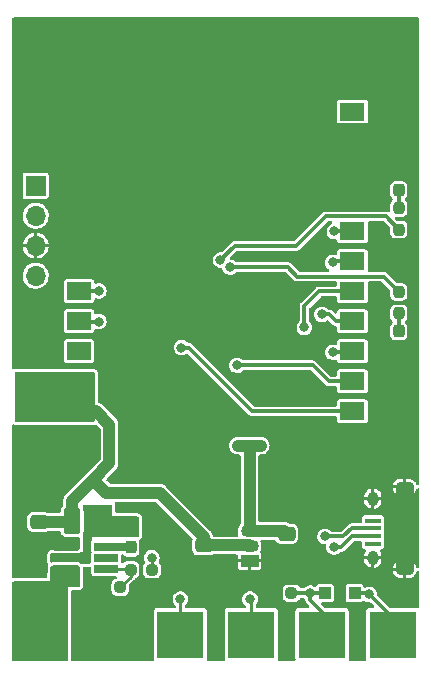
<source format=gtl>
G04 #@! TF.GenerationSoftware,KiCad,Pcbnew,(6.0.9)*
G04 #@! TF.CreationDate,2023-02-13T11:25:36-05:00*
G04 #@! TF.ProjectId,1W Experiments,31572045-7870-4657-9269-6d656e74732e,rev?*
G04 #@! TF.SameCoordinates,Original*
G04 #@! TF.FileFunction,Copper,L1,Top*
G04 #@! TF.FilePolarity,Positive*
%FSLAX46Y46*%
G04 Gerber Fmt 4.6, Leading zero omitted, Abs format (unit mm)*
G04 Created by KiCad (PCBNEW (6.0.9)) date 2023-02-13 11:25:36*
%MOMM*%
%LPD*%
G01*
G04 APERTURE LIST*
G04 Aperture macros list*
%AMRoundRect*
0 Rectangle with rounded corners*
0 $1 Rounding radius*
0 $2 $3 $4 $5 $6 $7 $8 $9 X,Y pos of 4 corners*
0 Add a 4 corners polygon primitive as box body*
4,1,4,$2,$3,$4,$5,$6,$7,$8,$9,$2,$3,0*
0 Add four circle primitives for the rounded corners*
1,1,$1+$1,$2,$3*
1,1,$1+$1,$4,$5*
1,1,$1+$1,$6,$7*
1,1,$1+$1,$8,$9*
0 Add four rect primitives between the rounded corners*
20,1,$1+$1,$2,$3,$4,$5,0*
20,1,$1+$1,$4,$5,$6,$7,0*
20,1,$1+$1,$6,$7,$8,$9,0*
20,1,$1+$1,$8,$9,$2,$3,0*%
G04 Aperture macros list end*
G04 #@! TA.AperFunction,SMDPad,CuDef*
%ADD10RoundRect,0.250000X0.475000X-0.337500X0.475000X0.337500X-0.475000X0.337500X-0.475000X-0.337500X0*%
G04 #@! TD*
G04 #@! TA.AperFunction,SMDPad,CuDef*
%ADD11RoundRect,0.250000X-0.475000X0.337500X-0.475000X-0.337500X0.475000X-0.337500X0.475000X0.337500X0*%
G04 #@! TD*
G04 #@! TA.AperFunction,SMDPad,CuDef*
%ADD12R,1.350000X0.400000*%
G04 #@! TD*
G04 #@! TA.AperFunction,ComponentPad*
%ADD13O,1.550000X0.890000*%
G04 #@! TD*
G04 #@! TA.AperFunction,SMDPad,CuDef*
%ADD14R,1.550000X1.500000*%
G04 #@! TD*
G04 #@! TA.AperFunction,ComponentPad*
%ADD15O,0.950000X1.250000*%
G04 #@! TD*
G04 #@! TA.AperFunction,SMDPad,CuDef*
%ADD16R,1.550000X1.200000*%
G04 #@! TD*
G04 #@! TA.AperFunction,SMDPad,CuDef*
%ADD17RoundRect,0.237500X-0.237500X0.300000X-0.237500X-0.300000X0.237500X-0.300000X0.237500X0.300000X0*%
G04 #@! TD*
G04 #@! TA.AperFunction,SMDPad,CuDef*
%ADD18RoundRect,0.237500X-0.237500X0.250000X-0.237500X-0.250000X0.237500X-0.250000X0.237500X0.250000X0*%
G04 #@! TD*
G04 #@! TA.AperFunction,SMDPad,CuDef*
%ADD19R,4.000000X4.000000*%
G04 #@! TD*
G04 #@! TA.AperFunction,SMDPad,CuDef*
%ADD20RoundRect,0.237500X0.237500X-0.300000X0.237500X0.300000X-0.237500X0.300000X-0.237500X-0.300000X0*%
G04 #@! TD*
G04 #@! TA.AperFunction,ComponentPad*
%ADD21R,1.500000X1.050000*%
G04 #@! TD*
G04 #@! TA.AperFunction,ComponentPad*
%ADD22O,1.500000X1.050000*%
G04 #@! TD*
G04 #@! TA.AperFunction,SMDPad,CuDef*
%ADD23RoundRect,0.237500X0.237500X-0.287500X0.237500X0.287500X-0.237500X0.287500X-0.237500X-0.287500X0*%
G04 #@! TD*
G04 #@! TA.AperFunction,SMDPad,CuDef*
%ADD24RoundRect,0.237500X0.250000X0.237500X-0.250000X0.237500X-0.250000X-0.237500X0.250000X-0.237500X0*%
G04 #@! TD*
G04 #@! TA.AperFunction,SMDPad,CuDef*
%ADD25RoundRect,0.237500X-0.237500X0.287500X-0.237500X-0.287500X0.237500X-0.287500X0.237500X0.287500X0*%
G04 #@! TD*
G04 #@! TA.AperFunction,SMDPad,CuDef*
%ADD26R,1.000000X1.000000*%
G04 #@! TD*
G04 #@! TA.AperFunction,ComponentPad*
%ADD27R,1.700000X1.700000*%
G04 #@! TD*
G04 #@! TA.AperFunction,ComponentPad*
%ADD28O,1.700000X1.700000*%
G04 #@! TD*
G04 #@! TA.AperFunction,SMDPad,CuDef*
%ADD29R,2.000000X0.650000*%
G04 #@! TD*
G04 #@! TA.AperFunction,SMDPad,CuDef*
%ADD30RoundRect,0.250001X0.462499X0.849999X-0.462499X0.849999X-0.462499X-0.849999X0.462499X-0.849999X0*%
G04 #@! TD*
G04 #@! TA.AperFunction,SMDPad,CuDef*
%ADD31R,2.080000X1.510000*%
G04 #@! TD*
G04 #@! TA.AperFunction,SMDPad,CuDef*
%ADD32RoundRect,0.237500X0.237500X-0.250000X0.237500X0.250000X-0.237500X0.250000X-0.237500X-0.250000X0*%
G04 #@! TD*
G04 #@! TA.AperFunction,ViaPad*
%ADD33C,0.800000*%
G04 #@! TD*
G04 #@! TA.AperFunction,Conductor*
%ADD34C,0.650000*%
G04 #@! TD*
G04 #@! TA.AperFunction,Conductor*
%ADD35C,1.000000*%
G04 #@! TD*
G04 #@! TA.AperFunction,Conductor*
%ADD36C,0.250000*%
G04 #@! TD*
G04 #@! TA.AperFunction,Conductor*
%ADD37C,0.300000*%
G04 #@! TD*
G04 APERTURE END LIST*
D10*
X74500000Y-104037500D03*
X74500000Y-101962500D03*
D11*
X74500000Y-106462500D03*
X74500000Y-108537500D03*
D12*
X103800000Y-117800000D03*
X103800000Y-117150000D03*
X103800000Y-116500000D03*
X103800000Y-115850000D03*
X103800000Y-115200000D03*
D13*
X106500000Y-120000000D03*
D14*
X106500000Y-117500000D03*
X106500000Y-115500000D03*
D15*
X103800000Y-114000000D03*
D13*
X106500000Y-113000000D03*
D15*
X103800000Y-119000000D03*
D16*
X106500000Y-119400000D03*
X106500000Y-113600000D03*
D17*
X76500000Y-106637500D03*
X76500000Y-108362500D03*
D18*
X106000000Y-96487500D03*
X106000000Y-98312500D03*
D19*
X93500000Y-125500000D03*
D20*
X76500000Y-103862500D03*
X76500000Y-102137500D03*
D21*
X93360000Y-119270000D03*
D22*
X93360000Y-118000000D03*
X93360000Y-116730000D03*
D19*
X99500000Y-125500000D03*
D23*
X106000000Y-101575000D03*
X106000000Y-99825000D03*
D17*
X83300000Y-116387500D03*
X83300000Y-118112500D03*
D24*
X96912500Y-122000000D03*
X95087500Y-122000000D03*
D25*
X106000000Y-86125000D03*
X106000000Y-87875000D03*
D19*
X105500000Y-125500000D03*
D26*
X99750000Y-122000000D03*
X102250000Y-122000000D03*
D27*
X75250000Y-87500000D03*
D28*
X75250000Y-90040000D03*
X75250000Y-92580000D03*
X75250000Y-95120000D03*
D19*
X81500000Y-125500000D03*
D11*
X75500000Y-115962500D03*
X75500000Y-118037500D03*
D24*
X82412500Y-121500000D03*
X80587500Y-121500000D03*
D29*
X77790000Y-118050000D03*
X77790000Y-119000000D03*
X77790000Y-119950000D03*
X81210000Y-119950000D03*
X81210000Y-119000000D03*
X81210000Y-118050000D03*
D30*
X80662500Y-115900000D03*
X78337500Y-115900000D03*
D11*
X96500000Y-116962500D03*
X96500000Y-119037500D03*
X89500000Y-117962500D03*
X89500000Y-120037500D03*
D19*
X75500000Y-125500000D03*
D24*
X85112500Y-120000000D03*
X83287500Y-120000000D03*
D31*
X78925000Y-78680000D03*
X78925000Y-81220000D03*
X78925000Y-83760000D03*
X78925000Y-91360000D03*
X78925000Y-93900000D03*
X78925000Y-96440000D03*
X78925000Y-98980000D03*
X78925000Y-101520000D03*
X78925000Y-104060000D03*
X78925000Y-106600000D03*
X78925000Y-109140000D03*
X102075000Y-109140000D03*
X102075000Y-106600000D03*
X102075000Y-104060000D03*
X102075000Y-101520000D03*
X102075000Y-98980000D03*
X102075000Y-96440000D03*
X102075000Y-93900000D03*
X102075000Y-91360000D03*
X102075000Y-83760000D03*
X102075000Y-81220000D03*
X102075000Y-78680000D03*
D19*
X87500000Y-125500000D03*
D32*
X106000000Y-91212500D03*
X106000000Y-89387500D03*
D10*
X75500000Y-122037500D03*
X75500000Y-119962500D03*
D33*
X106500000Y-109200000D03*
X79500000Y-111000000D03*
X74000000Y-114500000D03*
X79300000Y-122300000D03*
X100000000Y-78500000D03*
X75500000Y-100500000D03*
X81500000Y-79000000D03*
X74500000Y-100500000D03*
X104000000Y-79500000D03*
X92300000Y-98400000D03*
X85700000Y-95200000D03*
X81500000Y-80000000D03*
X106500000Y-108200000D03*
X76000000Y-79000000D03*
X90600000Y-86100000D03*
X91600000Y-108000000D03*
X77500000Y-111000000D03*
X74000000Y-118750000D03*
X97700000Y-104300000D03*
X100000000Y-85000000D03*
X76500000Y-100500000D03*
X106500000Y-110200000D03*
X76000000Y-83500000D03*
X76000000Y-82500000D03*
X81500000Y-83500000D03*
X105000000Y-108200000D03*
X81500000Y-78000000D03*
X105000000Y-109200000D03*
X100000000Y-79500000D03*
X104000000Y-85000000D03*
X100000000Y-77500000D03*
X105000000Y-110200000D03*
X100000000Y-84000000D03*
X76000000Y-78000000D03*
X100000000Y-83000000D03*
X85000000Y-90400000D03*
X94700000Y-104200000D03*
X90100000Y-101000000D03*
X76000000Y-84500000D03*
X104000000Y-78500000D03*
X74000000Y-117750000D03*
X95600000Y-109500000D03*
X88500000Y-99500000D03*
X96600000Y-105800000D03*
X74000000Y-113500000D03*
X74000000Y-112500000D03*
X81500000Y-82500000D03*
X74000000Y-119750000D03*
X76000000Y-80000000D03*
X104000000Y-84000000D03*
X78500000Y-111000000D03*
X81500000Y-84500000D03*
X104000000Y-83000000D03*
X104000000Y-77500000D03*
X85090000Y-119000000D03*
X76962500Y-115962500D03*
X93360000Y-109510000D03*
X92400000Y-109500000D03*
X94300000Y-109500000D03*
X87600000Y-101200000D03*
X92300000Y-102700000D03*
X100400000Y-101600000D03*
X99500000Y-98400000D03*
X98000000Y-99500000D03*
X100400000Y-94000000D03*
X80600000Y-99000000D03*
X80600000Y-96400000D03*
X100540000Y-91360000D03*
X90900000Y-93800000D03*
X91700000Y-94400000D03*
X103500000Y-122100000D03*
X98500000Y-122000000D03*
X93400000Y-122500000D03*
X87500000Y-122500000D03*
X100500000Y-118100000D03*
X99750500Y-117200000D03*
D34*
X81210000Y-118050000D02*
X83237500Y-118050000D01*
X83237500Y-118050000D02*
X83300000Y-118112500D01*
D35*
X78275000Y-115962500D02*
X78337500Y-115900000D01*
X78337500Y-115900000D02*
X78337500Y-114162500D01*
X81250000Y-113500000D02*
X85750000Y-113500000D01*
X81500000Y-107750000D02*
X80350000Y-106600000D01*
D36*
X85112500Y-119022500D02*
X85112500Y-120000000D01*
D35*
X80125000Y-112375000D02*
X81500000Y-111000000D01*
X93322500Y-117962500D02*
X93360000Y-118000000D01*
D36*
X85090000Y-119000000D02*
X85112500Y-119022500D01*
D35*
X81500000Y-111000000D02*
X81500000Y-107750000D01*
X89500000Y-117962500D02*
X93322500Y-117962500D01*
X76962500Y-115962500D02*
X78275000Y-115962500D01*
X80350000Y-106600000D02*
X78925000Y-106600000D01*
X85750000Y-113500000D02*
X89500000Y-117250000D01*
X75500000Y-115962500D02*
X76962500Y-115962500D01*
X89500000Y-117250000D02*
X89500000Y-117962500D01*
X80125000Y-112375000D02*
X81250000Y-113500000D01*
X78337500Y-114162500D02*
X80125000Y-112375000D01*
X96267500Y-116730000D02*
X96500000Y-116962500D01*
X93360000Y-116730000D02*
X93360000Y-109510000D01*
X93360000Y-116730000D02*
X96267500Y-116730000D01*
X92400000Y-109500000D02*
X94300000Y-109500000D01*
D36*
X83237500Y-119950000D02*
X83287500Y-120000000D01*
X83287500Y-120625000D02*
X83287500Y-120000000D01*
X82412500Y-121500000D02*
X83287500Y-120625000D01*
X81210000Y-119950000D02*
X83237500Y-119950000D01*
D37*
X93600000Y-106600000D02*
X102075000Y-106600000D01*
X88200000Y-101200000D02*
X93600000Y-106600000D01*
X87600000Y-101200000D02*
X88200000Y-101200000D01*
X98700000Y-102700000D02*
X100060000Y-104060000D01*
X100060000Y-104060000D02*
X102075000Y-104060000D01*
X92300000Y-102700000D02*
X98700000Y-102700000D01*
X100400000Y-101600000D02*
X101995000Y-101600000D01*
X101995000Y-101600000D02*
X102075000Y-101520000D01*
X100100000Y-98400000D02*
X100680000Y-98980000D01*
X99500000Y-98400000D02*
X100100000Y-98400000D01*
X100680000Y-98980000D02*
X102075000Y-98980000D01*
X98000000Y-97700000D02*
X99260000Y-96440000D01*
X99260000Y-96440000D02*
X102075000Y-96440000D01*
X98000000Y-99500000D02*
X98000000Y-97700000D01*
X100400000Y-94000000D02*
X100500000Y-93900000D01*
X100500000Y-93900000D02*
X102075000Y-93900000D01*
X80600000Y-99000000D02*
X78945000Y-99000000D01*
X78945000Y-99000000D02*
X78925000Y-98980000D01*
X78965000Y-96400000D02*
X78925000Y-96440000D01*
X80600000Y-96400000D02*
X78965000Y-96400000D01*
X100540000Y-91360000D02*
X102075000Y-91360000D01*
X90900000Y-93800000D02*
X92100000Y-92600000D01*
X104887500Y-90100000D02*
X106000000Y-91212500D01*
X97300000Y-92600000D02*
X99800000Y-90100000D01*
X99800000Y-90100000D02*
X104887500Y-90100000D01*
X92100000Y-92600000D02*
X97300000Y-92600000D01*
X104712500Y-95200000D02*
X104100000Y-95200000D01*
X97400000Y-95200000D02*
X104100000Y-95200000D01*
X96600000Y-94400000D02*
X97400000Y-95200000D01*
X91700000Y-94400000D02*
X96600000Y-94400000D01*
X106000000Y-96487500D02*
X104712500Y-95200000D01*
X103500000Y-122100000D02*
X105500000Y-124100000D01*
X103400000Y-122000000D02*
X103500000Y-122100000D01*
X102250000Y-122000000D02*
X103400000Y-122000000D01*
X105500000Y-124100000D02*
X105500000Y-125500000D01*
X98500000Y-122000000D02*
X96912500Y-122000000D01*
X98500000Y-122600000D02*
X100500000Y-124600000D01*
X98500000Y-122000000D02*
X98500000Y-122600000D01*
X99750000Y-122000000D02*
X98500000Y-122000000D01*
X100500000Y-124600000D02*
X100500000Y-125500000D01*
D36*
X93500000Y-125500000D02*
X93500000Y-122600000D01*
X93500000Y-122600000D02*
X93400000Y-122500000D01*
X87500000Y-125500000D02*
X87500000Y-122500000D01*
D37*
X103800000Y-117150000D02*
X102057107Y-117150000D01*
X102057107Y-117150000D02*
X101107107Y-118100000D01*
X101107107Y-118100000D02*
X100500000Y-118100000D01*
X101300000Y-117200000D02*
X99750500Y-117200000D01*
X103800000Y-116500000D02*
X102000000Y-116500000D01*
X102000000Y-116500000D02*
X101300000Y-117200000D01*
X106000000Y-89387500D02*
X106000000Y-87875000D01*
X106000000Y-98312500D02*
X106000000Y-99825000D01*
G04 #@! TA.AperFunction,Conductor*
G36*
X80192121Y-103270002D02*
G01*
X80238614Y-103323658D01*
X80250000Y-103376000D01*
X80250000Y-107374000D01*
X80229998Y-107442121D01*
X80176342Y-107488614D01*
X80124000Y-107500000D01*
X73626000Y-107500000D01*
X73557879Y-107479998D01*
X73511386Y-107426342D01*
X73500000Y-107374000D01*
X73500000Y-103376000D01*
X73520002Y-103307879D01*
X73573658Y-103261386D01*
X73626000Y-103250000D01*
X80124000Y-103250000D01*
X80192121Y-103270002D01*
G37*
G04 #@! TD.AperFunction*
G04 #@! TA.AperFunction,Conductor*
G36*
X107687621Y-73274502D02*
G01*
X107734114Y-73328158D01*
X107745500Y-73380500D01*
X107745500Y-112754338D01*
X107725498Y-112822459D01*
X107671842Y-112868952D01*
X107601568Y-112879056D01*
X107536988Y-112849562D01*
X107496982Y-112783753D01*
X107491746Y-112761946D01*
X107486490Y-112747813D01*
X107415859Y-112610967D01*
X107407384Y-112598495D01*
X107306154Y-112482453D01*
X107294940Y-112472356D01*
X107168959Y-112383815D01*
X107155655Y-112376682D01*
X107012187Y-112320747D01*
X106997582Y-112316997D01*
X106880161Y-112301538D01*
X106871952Y-112301000D01*
X106645115Y-112301000D01*
X106629876Y-112305475D01*
X106628671Y-112306865D01*
X106627000Y-112314548D01*
X106627000Y-113680885D01*
X106631475Y-113696124D01*
X106632865Y-113697329D01*
X106640548Y-113699000D01*
X106868637Y-113699000D01*
X106876192Y-113698544D01*
X106990420Y-113684721D01*
X107005062Y-113681125D01*
X107149119Y-113626690D01*
X107162480Y-113619705D01*
X107289393Y-113532481D01*
X107300705Y-113522508D01*
X107403146Y-113407531D01*
X107411754Y-113395145D01*
X107483812Y-113259051D01*
X107489216Y-113244974D01*
X107497296Y-113212806D01*
X107533291Y-113151610D01*
X107596656Y-113119589D01*
X107667274Y-113126909D01*
X107722725Y-113171247D01*
X107745500Y-113243501D01*
X107745500Y-119754338D01*
X107725498Y-119822459D01*
X107671842Y-119868952D01*
X107601568Y-119879056D01*
X107536988Y-119849562D01*
X107496982Y-119783753D01*
X107491746Y-119761946D01*
X107486490Y-119747813D01*
X107415859Y-119610967D01*
X107407384Y-119598495D01*
X107306154Y-119482453D01*
X107294940Y-119472356D01*
X107168959Y-119383815D01*
X107155655Y-119376682D01*
X107012187Y-119320747D01*
X106997582Y-119316997D01*
X106880161Y-119301538D01*
X106871952Y-119301000D01*
X106645115Y-119301000D01*
X106629876Y-119305475D01*
X106628671Y-119306865D01*
X106627000Y-119314548D01*
X106627000Y-120680885D01*
X106631475Y-120696124D01*
X106632865Y-120697329D01*
X106640548Y-120699000D01*
X106868637Y-120699000D01*
X106876192Y-120698544D01*
X106990420Y-120684721D01*
X107005062Y-120681125D01*
X107149119Y-120626690D01*
X107162480Y-120619705D01*
X107289393Y-120532481D01*
X107300705Y-120522508D01*
X107403146Y-120407531D01*
X107411754Y-120395145D01*
X107483812Y-120259051D01*
X107489216Y-120244974D01*
X107497296Y-120212806D01*
X107533291Y-120151610D01*
X107596656Y-120119589D01*
X107667274Y-120126909D01*
X107722725Y-120171247D01*
X107745500Y-120243501D01*
X107745500Y-123135815D01*
X107725498Y-123203936D01*
X107671842Y-123250429D01*
X107594919Y-123259394D01*
X107531135Y-123246707D01*
X107525067Y-123245500D01*
X107280508Y-123245500D01*
X105269741Y-123245501D01*
X105201620Y-123225499D01*
X105180646Y-123208596D01*
X104194548Y-122222498D01*
X104160522Y-122160186D01*
X104159133Y-122122069D01*
X104158268Y-122122003D01*
X104158581Y-122117892D01*
X104159162Y-122113807D01*
X104159307Y-122100000D01*
X104140276Y-121942733D01*
X104084280Y-121794546D01*
X104043241Y-121734834D01*
X103998855Y-121670251D01*
X103998854Y-121670249D01*
X103994553Y-121663992D01*
X103977014Y-121648365D01*
X103928284Y-121604949D01*
X103876275Y-121558611D01*
X103868889Y-121554700D01*
X103796966Y-121516619D01*
X103736274Y-121484484D01*
X103582633Y-121445892D01*
X103575034Y-121445852D01*
X103575033Y-121445852D01*
X103509181Y-121445507D01*
X103424221Y-121445062D01*
X103416841Y-121446834D01*
X103416839Y-121446834D01*
X103277563Y-121480271D01*
X103277560Y-121480272D01*
X103270184Y-121482043D01*
X103263439Y-121485524D01*
X103263440Y-121485524D01*
X103179237Y-121528984D01*
X103109529Y-121542453D01*
X103043606Y-121516098D01*
X103002396Y-121458285D01*
X102997872Y-121441613D01*
X102989734Y-121400699D01*
X102979595Y-121385524D01*
X102940377Y-121326832D01*
X102933484Y-121316516D01*
X102849301Y-121260266D01*
X102775067Y-121245500D01*
X102250085Y-121245500D01*
X101724934Y-121245501D01*
X101689182Y-121252612D01*
X101662874Y-121257844D01*
X101662872Y-121257845D01*
X101650699Y-121260266D01*
X101640379Y-121267161D01*
X101640378Y-121267162D01*
X101579985Y-121307516D01*
X101566516Y-121316516D01*
X101510266Y-121400699D01*
X101495500Y-121474933D01*
X101495501Y-122525066D01*
X101510266Y-122599301D01*
X101566516Y-122683484D01*
X101650699Y-122739734D01*
X101724933Y-122754500D01*
X102249915Y-122754500D01*
X102775066Y-122754499D01*
X102815595Y-122746438D01*
X102837126Y-122742156D01*
X102837128Y-122742155D01*
X102849301Y-122739734D01*
X102859621Y-122732839D01*
X102859622Y-122732838D01*
X102923168Y-122690377D01*
X102933484Y-122683484D01*
X102942247Y-122670369D01*
X102947900Y-122665645D01*
X102949154Y-122664391D01*
X102949266Y-122664503D01*
X102996724Y-122624843D01*
X103067167Y-122615996D01*
X103116993Y-122636434D01*
X103118076Y-122637419D01*
X103124751Y-122641043D01*
X103124752Y-122641044D01*
X103148885Y-122654147D01*
X103257293Y-122713008D01*
X103410522Y-122753207D01*
X103468613Y-122754119D01*
X103532852Y-122755129D01*
X103600651Y-122776198D01*
X103619968Y-122792018D01*
X103858356Y-123030406D01*
X103892382Y-123092718D01*
X103887317Y-123163533D01*
X103844770Y-123220369D01*
X103778250Y-123245180D01*
X103769261Y-123245501D01*
X103474934Y-123245501D01*
X103439182Y-123252612D01*
X103412874Y-123257844D01*
X103412872Y-123257845D01*
X103400699Y-123260266D01*
X103390379Y-123267161D01*
X103390378Y-123267162D01*
X103329985Y-123307516D01*
X103316516Y-123316516D01*
X103260266Y-123400699D01*
X103245500Y-123474933D01*
X103245501Y-127525066D01*
X103259395Y-127594919D01*
X103259395Y-127594920D01*
X103253066Y-127665634D01*
X103209511Y-127721701D01*
X103135816Y-127745500D01*
X101864185Y-127745500D01*
X101796064Y-127725498D01*
X101749571Y-127671842D01*
X101740606Y-127594919D01*
X101753293Y-127531135D01*
X101754500Y-127525067D01*
X101754499Y-123474934D01*
X101739734Y-123400699D01*
X101683484Y-123316516D01*
X101599301Y-123260266D01*
X101525067Y-123245500D01*
X99769740Y-123245500D01*
X99701619Y-123225498D01*
X99680645Y-123208595D01*
X99441645Y-122969595D01*
X99407619Y-122907283D01*
X99412684Y-122836468D01*
X99455231Y-122779632D01*
X99521751Y-122754821D01*
X99530740Y-122754500D01*
X100254158Y-122754499D01*
X100275066Y-122754499D01*
X100315595Y-122746438D01*
X100337126Y-122742156D01*
X100337128Y-122742155D01*
X100349301Y-122739734D01*
X100359621Y-122732839D01*
X100359622Y-122732838D01*
X100423168Y-122690377D01*
X100433484Y-122683484D01*
X100489734Y-122599301D01*
X100504500Y-122525067D01*
X100504499Y-121474934D01*
X100489734Y-121400699D01*
X100479595Y-121385524D01*
X100440377Y-121326832D01*
X100433484Y-121316516D01*
X100349301Y-121260266D01*
X100275067Y-121245500D01*
X99750085Y-121245500D01*
X99224934Y-121245501D01*
X99189182Y-121252612D01*
X99162874Y-121257844D01*
X99162872Y-121257845D01*
X99150699Y-121260266D01*
X99140379Y-121267161D01*
X99140378Y-121267162D01*
X99079985Y-121307516D01*
X99066516Y-121316516D01*
X99010266Y-121400699D01*
X99006601Y-121398250D01*
X98977021Y-121434910D01*
X98909644Y-121457289D01*
X98846264Y-121442721D01*
X98736274Y-121384484D01*
X98582633Y-121345892D01*
X98575034Y-121345852D01*
X98575033Y-121345852D01*
X98509181Y-121345507D01*
X98424221Y-121345062D01*
X98416841Y-121346834D01*
X98416839Y-121346834D01*
X98277563Y-121380271D01*
X98277560Y-121380272D01*
X98270184Y-121382043D01*
X98129414Y-121454700D01*
X98010039Y-121558838D01*
X98009198Y-121557874D01*
X97955349Y-121591050D01*
X97922157Y-121595500D01*
X97710961Y-121595500D01*
X97642840Y-121575498D01*
X97601076Y-121530690D01*
X97598493Y-121523801D01*
X97513974Y-121411026D01*
X97401199Y-121326507D01*
X97392798Y-121323357D01*
X97392795Y-121323356D01*
X97314387Y-121293963D01*
X97269236Y-121277036D01*
X97209070Y-121270500D01*
X96615930Y-121270500D01*
X96555764Y-121277036D01*
X96510613Y-121293963D01*
X96432205Y-121323356D01*
X96432202Y-121323357D01*
X96423801Y-121326507D01*
X96311026Y-121411026D01*
X96226507Y-121523801D01*
X96223357Y-121532202D01*
X96223356Y-121532205D01*
X96201296Y-121591050D01*
X96177036Y-121655764D01*
X96170500Y-121715930D01*
X96170500Y-122284070D01*
X96177036Y-122344236D01*
X96179810Y-122351635D01*
X96215287Y-122446269D01*
X96226507Y-122476199D01*
X96311026Y-122588974D01*
X96423801Y-122673493D01*
X96432202Y-122676643D01*
X96432205Y-122676644D01*
X96506546Y-122704513D01*
X96555764Y-122722964D01*
X96615930Y-122729500D01*
X97209070Y-122729500D01*
X97269236Y-122722964D01*
X97318454Y-122704513D01*
X97392795Y-122676644D01*
X97392798Y-122676643D01*
X97401199Y-122673493D01*
X97513974Y-122588974D01*
X97598493Y-122476199D01*
X97601047Y-122469386D01*
X97650698Y-122419846D01*
X97710961Y-122404500D01*
X97923253Y-122404500D01*
X97991374Y-122424502D01*
X98008053Y-122437307D01*
X98054300Y-122479389D01*
X98091222Y-122540029D01*
X98095500Y-122572582D01*
X98095500Y-122664066D01*
X98098565Y-122673498D01*
X98098565Y-122673500D01*
X98102395Y-122685287D01*
X98107011Y-122704513D01*
X98110502Y-122726555D01*
X98115003Y-122735388D01*
X98120633Y-122746438D01*
X98128199Y-122764704D01*
X98135095Y-122785929D01*
X98140925Y-122793953D01*
X98148216Y-122803989D01*
X98158545Y-122820844D01*
X98168674Y-122840723D01*
X98191462Y-122863511D01*
X98191465Y-122863515D01*
X98358356Y-123030406D01*
X98392382Y-123092718D01*
X98387317Y-123163533D01*
X98344770Y-123220369D01*
X98278250Y-123245180D01*
X98269261Y-123245501D01*
X97474934Y-123245501D01*
X97439182Y-123252612D01*
X97412874Y-123257844D01*
X97412872Y-123257845D01*
X97400699Y-123260266D01*
X97390379Y-123267161D01*
X97390378Y-123267162D01*
X97329985Y-123307516D01*
X97316516Y-123316516D01*
X97260266Y-123400699D01*
X97245500Y-123474933D01*
X97245501Y-127525066D01*
X97259395Y-127594919D01*
X97259395Y-127594920D01*
X97253066Y-127665634D01*
X97209511Y-127721701D01*
X97135816Y-127745500D01*
X95864185Y-127745500D01*
X95796064Y-127725498D01*
X95749571Y-127671842D01*
X95740606Y-127594919D01*
X95753293Y-127531135D01*
X95754500Y-127525067D01*
X95754499Y-123474934D01*
X95739734Y-123400699D01*
X95683484Y-123316516D01*
X95599301Y-123260266D01*
X95525067Y-123245500D01*
X94005500Y-123245500D01*
X93937379Y-123225498D01*
X93890886Y-123171842D01*
X93879500Y-123119500D01*
X93879500Y-122994935D01*
X93903176Y-122921411D01*
X93977755Y-122817624D01*
X94036842Y-122670641D01*
X94058440Y-122518880D01*
X94058581Y-122517891D01*
X94058581Y-122517888D01*
X94059162Y-122513807D01*
X94059307Y-122500000D01*
X94056540Y-122477130D01*
X94050171Y-122424502D01*
X94040276Y-122342733D01*
X93984280Y-122194546D01*
X93894553Y-122063992D01*
X93776275Y-121958611D01*
X93768889Y-121954700D01*
X93642988Y-121888039D01*
X93642989Y-121888039D01*
X93636274Y-121884484D01*
X93482633Y-121845892D01*
X93475034Y-121845852D01*
X93475033Y-121845852D01*
X93409181Y-121845507D01*
X93324221Y-121845062D01*
X93316841Y-121846834D01*
X93316839Y-121846834D01*
X93177563Y-121880271D01*
X93177560Y-121880272D01*
X93170184Y-121882043D01*
X93029414Y-121954700D01*
X92910039Y-122058838D01*
X92818950Y-122188444D01*
X92816190Y-122195524D01*
X92780343Y-122287467D01*
X92761406Y-122336037D01*
X92760414Y-122343570D01*
X92760414Y-122343571D01*
X92742008Y-122483384D01*
X92740729Y-122493096D01*
X92744259Y-122525066D01*
X92754298Y-122615996D01*
X92758113Y-122650553D01*
X92760723Y-122657684D01*
X92760723Y-122657686D01*
X92805349Y-122779632D01*
X92812553Y-122799319D01*
X92816789Y-122805622D01*
X92816789Y-122805623D01*
X92827019Y-122820846D01*
X92900908Y-122930805D01*
X92906527Y-122935918D01*
X92906528Y-122935919D01*
X93005864Y-123026307D01*
X93042787Y-123086947D01*
X93041064Y-123157923D01*
X93001242Y-123216700D01*
X92935964Y-123244617D01*
X92921065Y-123245501D01*
X91474934Y-123245501D01*
X91439182Y-123252612D01*
X91412874Y-123257844D01*
X91412872Y-123257845D01*
X91400699Y-123260266D01*
X91390379Y-123267161D01*
X91390378Y-123267162D01*
X91329985Y-123307516D01*
X91316516Y-123316516D01*
X91260266Y-123400699D01*
X91245500Y-123474933D01*
X91245501Y-127525066D01*
X91259395Y-127594919D01*
X91259395Y-127594920D01*
X91253066Y-127665634D01*
X91209511Y-127721701D01*
X91135816Y-127745500D01*
X89864185Y-127745500D01*
X89796064Y-127725498D01*
X89749571Y-127671842D01*
X89740606Y-127594919D01*
X89753293Y-127531135D01*
X89754500Y-127525067D01*
X89754499Y-123474934D01*
X89739734Y-123400699D01*
X89683484Y-123316516D01*
X89599301Y-123260266D01*
X89525067Y-123245500D01*
X88005500Y-123245500D01*
X87937379Y-123225498D01*
X87890886Y-123171842D01*
X87879500Y-123119500D01*
X87879500Y-123094730D01*
X87899502Y-123026609D01*
X87923669Y-122998919D01*
X87979536Y-122951204D01*
X87985314Y-122946269D01*
X88077755Y-122817624D01*
X88136842Y-122670641D01*
X88158440Y-122518880D01*
X88158581Y-122517891D01*
X88158581Y-122517888D01*
X88159162Y-122513807D01*
X88159307Y-122500000D01*
X88156540Y-122477130D01*
X88150171Y-122424502D01*
X88140276Y-122342733D01*
X88084280Y-122194546D01*
X87994553Y-122063992D01*
X87876275Y-121958611D01*
X87868889Y-121954700D01*
X87742988Y-121888039D01*
X87742989Y-121888039D01*
X87736274Y-121884484D01*
X87582633Y-121845892D01*
X87575034Y-121845852D01*
X87575033Y-121845852D01*
X87509181Y-121845507D01*
X87424221Y-121845062D01*
X87416841Y-121846834D01*
X87416839Y-121846834D01*
X87277563Y-121880271D01*
X87277560Y-121880272D01*
X87270184Y-121882043D01*
X87129414Y-121954700D01*
X87010039Y-122058838D01*
X86918950Y-122188444D01*
X86916190Y-122195524D01*
X86880343Y-122287467D01*
X86861406Y-122336037D01*
X86860414Y-122343570D01*
X86860414Y-122343571D01*
X86842008Y-122483384D01*
X86840729Y-122493096D01*
X86844259Y-122525066D01*
X86854298Y-122615996D01*
X86858113Y-122650553D01*
X86860723Y-122657684D01*
X86860723Y-122657686D01*
X86905349Y-122779632D01*
X86912553Y-122799319D01*
X86916789Y-122805622D01*
X86916789Y-122805623D01*
X86927019Y-122820846D01*
X87000908Y-122930805D01*
X87006527Y-122935918D01*
X87006528Y-122935919D01*
X87079299Y-123002135D01*
X87116222Y-123062775D01*
X87120500Y-123095329D01*
X87120500Y-123119501D01*
X87100498Y-123187622D01*
X87046842Y-123234115D01*
X86994500Y-123245501D01*
X85474934Y-123245501D01*
X85439182Y-123252612D01*
X85412874Y-123257844D01*
X85412872Y-123257845D01*
X85400699Y-123260266D01*
X85390379Y-123267161D01*
X85390378Y-123267162D01*
X85329985Y-123307516D01*
X85316516Y-123316516D01*
X85260266Y-123400699D01*
X85245500Y-123474933D01*
X85245501Y-127525066D01*
X85259395Y-127594919D01*
X85259395Y-127594920D01*
X85253066Y-127665634D01*
X85209511Y-127721701D01*
X85135816Y-127745500D01*
X78385500Y-127745500D01*
X78317379Y-127725498D01*
X78270886Y-127671842D01*
X78259500Y-127619500D01*
X78259500Y-121885500D01*
X78279502Y-121817379D01*
X78333158Y-121770886D01*
X78385500Y-121759500D01*
X78874000Y-121759500D01*
X78877346Y-121759140D01*
X78877351Y-121759140D01*
X78925795Y-121753932D01*
X78925801Y-121753931D01*
X78929159Y-121753570D01*
X78981501Y-121742184D01*
X79008291Y-121734834D01*
X79015142Y-121730933D01*
X79015144Y-121730932D01*
X79090899Y-121687794D01*
X79096278Y-121684731D01*
X79120212Y-121663992D01*
X79147811Y-121640078D01*
X79147816Y-121640073D01*
X79149934Y-121638238D01*
X79182056Y-121604949D01*
X79228987Y-121515230D01*
X79236971Y-121488039D01*
X79247720Y-121451432D01*
X79247721Y-121451428D01*
X79248989Y-121447109D01*
X79253145Y-121418206D01*
X79258861Y-121378448D01*
X79258861Y-121378441D01*
X79259500Y-121374000D01*
X79259500Y-119885500D01*
X79279502Y-119817379D01*
X79333158Y-119770886D01*
X79385500Y-119759500D01*
X79829500Y-119759500D01*
X79897621Y-119779502D01*
X79944114Y-119833158D01*
X79955500Y-119885500D01*
X79955501Y-120119589D01*
X79955501Y-120300066D01*
X79970266Y-120374301D01*
X79977161Y-120384621D01*
X79977162Y-120384622D01*
X79988443Y-120401505D01*
X80026516Y-120458484D01*
X80110699Y-120514734D01*
X80184933Y-120529500D01*
X80243993Y-120529500D01*
X82026485Y-120529499D01*
X82094606Y-120549501D01*
X82141099Y-120603157D01*
X82151203Y-120673431D01*
X82121709Y-120738011D01*
X82057703Y-120776825D01*
X82055764Y-120777036D01*
X82048375Y-120779806D01*
X82048371Y-120779807D01*
X81932205Y-120823356D01*
X81932202Y-120823357D01*
X81923801Y-120826507D01*
X81811026Y-120911026D01*
X81726507Y-121023801D01*
X81677036Y-121155764D01*
X81670500Y-121215930D01*
X81670500Y-121784070D01*
X81677036Y-121844236D01*
X81679810Y-121851635D01*
X81721808Y-121963664D01*
X81726507Y-121976199D01*
X81811026Y-122088974D01*
X81923801Y-122173493D01*
X81932202Y-122176643D01*
X81932205Y-122176644D01*
X82010613Y-122206037D01*
X82055764Y-122222964D01*
X82115930Y-122229500D01*
X82709070Y-122229500D01*
X82769236Y-122222964D01*
X82814387Y-122206037D01*
X82892795Y-122176644D01*
X82892798Y-122176643D01*
X82901199Y-122173493D01*
X83013974Y-122088974D01*
X83098493Y-121976199D01*
X83103193Y-121963664D01*
X83145190Y-121851635D01*
X83147964Y-121844236D01*
X83154500Y-121784070D01*
X83154500Y-121346884D01*
X83174502Y-121278763D01*
X83191405Y-121257789D01*
X83517716Y-120931478D01*
X83536464Y-120916336D01*
X83537689Y-120915221D01*
X83546440Y-120909571D01*
X83552887Y-120901393D01*
X83552889Y-120901391D01*
X83567229Y-120883200D01*
X83571175Y-120878759D01*
X83571102Y-120878697D01*
X83574461Y-120874733D01*
X83578138Y-120871056D01*
X83589392Y-120855308D01*
X83592898Y-120850638D01*
X83624656Y-120810353D01*
X83627688Y-120801719D01*
X83633014Y-120794266D01*
X83637692Y-120778623D01*
X83676372Y-120719091D01*
X83714180Y-120696743D01*
X83715832Y-120696124D01*
X83724448Y-120692894D01*
X83767793Y-120676645D01*
X83767797Y-120676643D01*
X83776199Y-120673493D01*
X83888974Y-120588974D01*
X83973493Y-120476199D01*
X83979701Y-120459641D01*
X84020190Y-120351635D01*
X84022964Y-120344236D01*
X84029500Y-120284070D01*
X84370500Y-120284070D01*
X84377036Y-120344236D01*
X84379810Y-120351635D01*
X84420300Y-120459641D01*
X84426507Y-120476199D01*
X84511026Y-120588974D01*
X84623801Y-120673493D01*
X84632202Y-120676643D01*
X84632205Y-120676644D01*
X84685820Y-120696743D01*
X84755764Y-120722964D01*
X84815930Y-120729500D01*
X85409070Y-120729500D01*
X85469236Y-120722964D01*
X85539180Y-120696743D01*
X85592795Y-120676644D01*
X85592798Y-120676643D01*
X85601199Y-120673493D01*
X85713974Y-120588974D01*
X85798493Y-120476199D01*
X85804701Y-120459641D01*
X85845190Y-120351635D01*
X85847964Y-120344236D01*
X85854500Y-120284070D01*
X85854500Y-120140431D01*
X105484816Y-120140431D01*
X105508254Y-120238052D01*
X105513513Y-120252193D01*
X105584141Y-120389033D01*
X105592616Y-120401505D01*
X105693846Y-120517547D01*
X105705060Y-120527644D01*
X105831041Y-120616185D01*
X105844345Y-120623318D01*
X105987813Y-120679253D01*
X106002418Y-120683003D01*
X106119839Y-120698462D01*
X106128048Y-120699000D01*
X106354885Y-120699000D01*
X106370124Y-120694525D01*
X106371329Y-120693135D01*
X106373000Y-120685452D01*
X106373000Y-120145115D01*
X106368525Y-120129876D01*
X106367135Y-120128671D01*
X106359452Y-120127000D01*
X105499707Y-120127000D01*
X105486176Y-120130973D01*
X105484816Y-120140431D01*
X85854500Y-120140431D01*
X85854500Y-119813828D01*
X92356001Y-119813828D01*
X92357209Y-119826088D01*
X92368315Y-119881931D01*
X92377633Y-119904427D01*
X92419983Y-119967808D01*
X92437192Y-119985017D01*
X92500575Y-120027368D01*
X92523066Y-120036684D01*
X92578915Y-120047793D01*
X92591170Y-120049000D01*
X93214885Y-120049000D01*
X93230124Y-120044525D01*
X93231329Y-120043135D01*
X93233000Y-120035452D01*
X93233000Y-120030884D01*
X93487000Y-120030884D01*
X93491475Y-120046123D01*
X93492865Y-120047328D01*
X93500548Y-120048999D01*
X94128828Y-120048999D01*
X94141088Y-120047791D01*
X94196931Y-120036685D01*
X94219427Y-120027367D01*
X94282808Y-119985017D01*
X94300017Y-119967808D01*
X94342368Y-119904425D01*
X94351684Y-119881934D01*
X94362793Y-119826085D01*
X94364000Y-119813830D01*
X94364000Y-119415115D01*
X94359525Y-119399876D01*
X94358135Y-119398671D01*
X94350452Y-119397000D01*
X93505115Y-119397000D01*
X93489876Y-119401475D01*
X93488671Y-119402865D01*
X93487000Y-119410548D01*
X93487000Y-120030884D01*
X93233000Y-120030884D01*
X93233000Y-119415115D01*
X93228525Y-119399876D01*
X93227135Y-119398671D01*
X93219452Y-119397000D01*
X92374116Y-119397000D01*
X92358877Y-119401475D01*
X92357672Y-119402865D01*
X92356001Y-119410548D01*
X92356001Y-119813828D01*
X85854500Y-119813828D01*
X85854500Y-119715930D01*
X85847964Y-119655764D01*
X85810119Y-119554813D01*
X85801644Y-119532205D01*
X85801643Y-119532202D01*
X85798493Y-119523801D01*
X85713974Y-119411026D01*
X85711232Y-119408971D01*
X85678544Y-119349109D01*
X85684758Y-119275330D01*
X85719500Y-119188906D01*
X103071000Y-119188906D01*
X103071424Y-119196207D01*
X103084875Y-119311575D01*
X103088221Y-119325730D01*
X103141227Y-119471760D01*
X103147737Y-119484759D01*
X103232917Y-119614680D01*
X103242241Y-119625832D01*
X103355023Y-119732671D01*
X103366670Y-119741384D01*
X103501004Y-119819412D01*
X103514341Y-119825211D01*
X103661777Y-119869865D01*
X103670268Y-119867935D01*
X103673000Y-119857020D01*
X103673000Y-119849772D01*
X103927000Y-119849772D01*
X103930806Y-119862734D01*
X103945721Y-119864670D01*
X103999499Y-119855429D01*
X105485564Y-119855429D01*
X105486121Y-119869520D01*
X105494613Y-119873000D01*
X106354885Y-119873000D01*
X106370124Y-119868525D01*
X106371329Y-119867135D01*
X106373000Y-119859452D01*
X106373000Y-119319115D01*
X106368525Y-119303876D01*
X106367135Y-119302671D01*
X106359452Y-119301000D01*
X106131363Y-119301000D01*
X106123808Y-119301456D01*
X106009580Y-119315279D01*
X105994938Y-119318875D01*
X105850881Y-119373310D01*
X105837520Y-119380295D01*
X105710607Y-119467519D01*
X105699295Y-119477492D01*
X105596854Y-119592469D01*
X105588246Y-119604855D01*
X105516189Y-119740947D01*
X105510784Y-119755027D01*
X105485564Y-119855429D01*
X103999499Y-119855429D01*
X104000011Y-119855341D01*
X104013968Y-119851233D01*
X104156911Y-119790410D01*
X104169544Y-119783204D01*
X104294663Y-119691128D01*
X104305305Y-119681204D01*
X104405885Y-119562813D01*
X104413952Y-119550717D01*
X104484601Y-119412358D01*
X104489670Y-119398730D01*
X104527001Y-119246170D01*
X104528683Y-119235116D01*
X104528880Y-119231939D01*
X104529000Y-119228061D01*
X104529000Y-119145115D01*
X104524525Y-119129876D01*
X104523135Y-119128671D01*
X104515452Y-119127000D01*
X103945115Y-119127000D01*
X103929876Y-119131475D01*
X103928671Y-119132865D01*
X103927000Y-119140548D01*
X103927000Y-119849772D01*
X103673000Y-119849772D01*
X103673000Y-119145115D01*
X103668525Y-119129876D01*
X103667135Y-119128671D01*
X103659452Y-119127000D01*
X103089115Y-119127000D01*
X103073876Y-119131475D01*
X103072671Y-119132865D01*
X103071000Y-119140548D01*
X103071000Y-119188906D01*
X85719500Y-119188906D01*
X85724006Y-119177698D01*
X85724008Y-119177691D01*
X85726842Y-119170641D01*
X85749162Y-119013807D01*
X85749307Y-119000000D01*
X85730276Y-118842733D01*
X85674280Y-118694546D01*
X85619441Y-118614754D01*
X85588855Y-118570251D01*
X85588854Y-118570249D01*
X85584553Y-118563992D01*
X85466275Y-118458611D01*
X85458889Y-118454700D01*
X85387389Y-118416843D01*
X85326274Y-118384484D01*
X85172633Y-118345892D01*
X85165034Y-118345852D01*
X85165033Y-118345852D01*
X85099181Y-118345507D01*
X85014221Y-118345062D01*
X85006841Y-118346834D01*
X85006839Y-118346834D01*
X84867563Y-118380271D01*
X84867560Y-118380272D01*
X84860184Y-118382043D01*
X84719414Y-118454700D01*
X84600039Y-118558838D01*
X84508950Y-118688444D01*
X84480178Y-118762241D01*
X84463846Y-118804131D01*
X84451406Y-118836037D01*
X84450414Y-118843570D01*
X84450414Y-118843571D01*
X84442393Y-118904500D01*
X84430729Y-118993096D01*
X84444093Y-119114138D01*
X84446962Y-119140124D01*
X84448113Y-119150553D01*
X84450723Y-119157684D01*
X84450723Y-119157686D01*
X84494147Y-119276348D01*
X84502553Y-119299319D01*
X84505076Y-119303074D01*
X84517938Y-119371561D01*
X84493394Y-119434552D01*
X84431890Y-119516618D01*
X84431889Y-119516619D01*
X84426507Y-119523801D01*
X84423357Y-119532202D01*
X84423356Y-119532205D01*
X84414881Y-119554813D01*
X84377036Y-119655764D01*
X84370500Y-119715930D01*
X84370500Y-120284070D01*
X84029500Y-120284070D01*
X84029500Y-119715930D01*
X84022964Y-119655764D01*
X83985119Y-119554813D01*
X83976644Y-119532205D01*
X83976643Y-119532202D01*
X83973493Y-119523801D01*
X83888974Y-119411026D01*
X83776199Y-119326507D01*
X83767798Y-119323357D01*
X83767795Y-119323356D01*
X83684643Y-119292184D01*
X83644236Y-119277036D01*
X83584070Y-119270500D01*
X82990930Y-119270500D01*
X82930764Y-119277036D01*
X82890357Y-119292184D01*
X82807205Y-119323356D01*
X82807202Y-119323357D01*
X82798801Y-119326507D01*
X82686026Y-119411026D01*
X82680645Y-119418206D01*
X82679595Y-119419256D01*
X82617283Y-119453282D01*
X82546468Y-119448217D01*
X82489632Y-119405670D01*
X82464821Y-119339150D01*
X82464500Y-119330161D01*
X82464500Y-119124885D01*
X82464499Y-118813251D01*
X82484501Y-118745131D01*
X82538156Y-118698638D01*
X82608430Y-118688534D01*
X82673011Y-118718027D01*
X82691326Y-118737688D01*
X82711026Y-118763974D01*
X82823801Y-118848493D01*
X82832202Y-118851643D01*
X82832205Y-118851644D01*
X82889173Y-118873000D01*
X82955764Y-118897964D01*
X83015930Y-118904500D01*
X83584070Y-118904500D01*
X83644236Y-118897964D01*
X83710827Y-118873000D01*
X83767795Y-118851644D01*
X83767798Y-118851643D01*
X83776199Y-118848493D01*
X83888974Y-118763974D01*
X83973493Y-118651199D01*
X83997785Y-118586402D01*
X84018627Y-118530805D01*
X84022964Y-118519236D01*
X84029500Y-118459070D01*
X84029500Y-117765930D01*
X84022964Y-117705764D01*
X84020192Y-117698369D01*
X84020190Y-117698362D01*
X83989833Y-117617386D01*
X83984650Y-117546579D01*
X84018571Y-117484210D01*
X84045460Y-117463669D01*
X84096278Y-117434731D01*
X84134517Y-117401597D01*
X84147811Y-117390078D01*
X84147816Y-117390073D01*
X84149934Y-117388238D01*
X84182056Y-117354949D01*
X84228987Y-117265230D01*
X84233855Y-117248651D01*
X84247720Y-117201432D01*
X84247721Y-117201428D01*
X84248989Y-117197109D01*
X84249769Y-117191689D01*
X84258861Y-117128448D01*
X84258861Y-117128441D01*
X84259500Y-117124000D01*
X84259500Y-115626000D01*
X84254626Y-115580661D01*
X84253932Y-115574205D01*
X84253931Y-115574199D01*
X84253570Y-115570841D01*
X84251837Y-115562872D01*
X84242541Y-115520141D01*
X84242184Y-115518499D01*
X84241376Y-115515552D01*
X84236920Y-115499312D01*
X84236920Y-115499311D01*
X84234834Y-115491709D01*
X84226363Y-115476832D01*
X84187794Y-115409101D01*
X84184731Y-115403722D01*
X84138238Y-115350066D01*
X84104949Y-115317944D01*
X84015230Y-115271013D01*
X83993376Y-115264596D01*
X83951432Y-115252280D01*
X83951428Y-115252279D01*
X83947109Y-115251011D01*
X83942661Y-115250371D01*
X83942654Y-115250370D01*
X83878448Y-115241139D01*
X83878441Y-115241139D01*
X83874000Y-115240500D01*
X82135500Y-115240500D01*
X82067379Y-115220498D01*
X82020886Y-115166842D01*
X82009500Y-115114500D01*
X82009500Y-114626000D01*
X82003570Y-114570841D01*
X81992184Y-114518499D01*
X81984834Y-114491709D01*
X81957010Y-114442847D01*
X81940684Y-114373756D01*
X81964303Y-114306803D01*
X82020370Y-114263249D01*
X82066503Y-114254500D01*
X85385285Y-114254500D01*
X85453406Y-114274502D01*
X85474380Y-114291405D01*
X88516553Y-117333577D01*
X88550579Y-117395889D01*
X88545440Y-117466901D01*
X88527202Y-117515552D01*
X88526349Y-117523402D01*
X88526349Y-117523403D01*
X88524002Y-117545011D01*
X88520500Y-117577244D01*
X88520500Y-118347756D01*
X88520869Y-118351152D01*
X88520869Y-118351153D01*
X88522917Y-118370000D01*
X88527202Y-118409448D01*
X88529974Y-118416841D01*
X88529974Y-118416843D01*
X88537092Y-118435829D01*
X88577929Y-118544764D01*
X88583309Y-118551943D01*
X88583311Y-118551946D01*
X88630383Y-118614754D01*
X88664596Y-118660404D01*
X88671776Y-118665785D01*
X88773054Y-118741689D01*
X88773057Y-118741691D01*
X88780236Y-118747071D01*
X88869954Y-118780704D01*
X88908157Y-118795026D01*
X88908159Y-118795026D01*
X88915552Y-118797798D01*
X88923402Y-118798651D01*
X88923403Y-118798651D01*
X88970736Y-118803793D01*
X88977244Y-118804500D01*
X90022756Y-118804500D01*
X90029264Y-118803793D01*
X90076597Y-118798651D01*
X90076598Y-118798651D01*
X90084448Y-118797798D01*
X90091841Y-118795026D01*
X90091843Y-118795026D01*
X90211357Y-118750223D01*
X90211361Y-118750221D01*
X90219764Y-118747071D01*
X90226946Y-118741688D01*
X90234823Y-118737376D01*
X90235556Y-118738716D01*
X90292802Y-118717326D01*
X90301864Y-118717000D01*
X92230000Y-118717000D01*
X92298121Y-118737002D01*
X92344614Y-118790658D01*
X92356000Y-118843000D01*
X92356000Y-119124885D01*
X92360475Y-119140124D01*
X92361865Y-119141329D01*
X92369548Y-119143000D01*
X94345884Y-119143000D01*
X94361123Y-119138525D01*
X94362328Y-119137135D01*
X94363999Y-119129452D01*
X94363999Y-118726172D01*
X94362791Y-118713912D01*
X94351685Y-118658069D01*
X94342367Y-118635573D01*
X94300017Y-118572192D01*
X94276652Y-118548827D01*
X94242626Y-118486515D01*
X94247691Y-118415700D01*
X94259358Y-118392224D01*
X94290043Y-118343872D01*
X94313615Y-118277674D01*
X94346344Y-118185761D01*
X94346345Y-118185756D01*
X94348706Y-118179126D01*
X94358065Y-118100646D01*
X94368579Y-118012469D01*
X94369413Y-118005476D01*
X94351133Y-117831555D01*
X94339641Y-117797798D01*
X94297045Y-117672672D01*
X94297044Y-117672669D01*
X94294775Y-117666005D01*
X94292831Y-117662846D01*
X94282128Y-117593995D01*
X94310881Y-117529081D01*
X94370165Y-117490017D01*
X94407042Y-117484500D01*
X95471722Y-117484500D01*
X95539843Y-117504502D01*
X95577599Y-117545011D01*
X95577929Y-117544764D01*
X95664596Y-117660404D01*
X95680965Y-117672672D01*
X95773054Y-117741689D01*
X95773057Y-117741691D01*
X95780236Y-117747071D01*
X95839658Y-117769347D01*
X95908157Y-117795026D01*
X95908159Y-117795026D01*
X95915552Y-117797798D01*
X95923402Y-117798651D01*
X95923403Y-117798651D01*
X95973847Y-117804131D01*
X95977244Y-117804500D01*
X97022756Y-117804500D01*
X97026153Y-117804131D01*
X97076597Y-117798651D01*
X97076598Y-117798651D01*
X97084448Y-117797798D01*
X97091841Y-117795026D01*
X97091843Y-117795026D01*
X97160342Y-117769347D01*
X97219764Y-117747071D01*
X97226943Y-117741691D01*
X97226946Y-117741689D01*
X97319035Y-117672672D01*
X97335404Y-117660404D01*
X97359571Y-117628158D01*
X97416689Y-117551946D01*
X97416691Y-117551943D01*
X97422071Y-117544764D01*
X97472798Y-117409448D01*
X97479500Y-117347756D01*
X97479500Y-117193096D01*
X99091229Y-117193096D01*
X99097363Y-117248651D01*
X99106739Y-117333577D01*
X99108613Y-117350553D01*
X99111223Y-117357684D01*
X99111223Y-117357686D01*
X99154154Y-117475000D01*
X99163053Y-117499319D01*
X99167289Y-117505622D01*
X99167289Y-117505623D01*
X99226673Y-117593995D01*
X99251408Y-117630805D01*
X99257027Y-117635918D01*
X99257028Y-117635919D01*
X99333787Y-117705764D01*
X99368576Y-117737419D01*
X99507793Y-117813008D01*
X99661022Y-117853207D01*
X99718917Y-117854116D01*
X99730473Y-117854298D01*
X99798271Y-117875367D01*
X99843916Y-117929746D01*
X99853416Y-117996728D01*
X99840729Y-118093096D01*
X99842554Y-118109622D01*
X99857186Y-118242156D01*
X99858113Y-118250553D01*
X99860723Y-118257684D01*
X99860723Y-118257686D01*
X99907505Y-118385524D01*
X99912553Y-118399319D01*
X99916789Y-118405622D01*
X99916789Y-118405623D01*
X99985994Y-118508610D01*
X100000908Y-118530805D01*
X100006527Y-118535918D01*
X100006528Y-118535919D01*
X100093167Y-118614754D01*
X100118076Y-118637419D01*
X100257293Y-118713008D01*
X100410522Y-118753207D01*
X100494477Y-118754526D01*
X100561319Y-118755576D01*
X100561322Y-118755576D01*
X100568916Y-118755695D01*
X100723332Y-118720329D01*
X100831782Y-118665785D01*
X100858072Y-118652563D01*
X100858075Y-118652561D01*
X100864855Y-118649151D01*
X100870626Y-118644222D01*
X100870629Y-118644220D01*
X100979537Y-118551203D01*
X100985314Y-118546269D01*
X100986855Y-118544125D01*
X101045875Y-118508610D01*
X101077793Y-118504500D01*
X101171173Y-118504500D01*
X101180605Y-118501435D01*
X101180607Y-118501435D01*
X101192394Y-118497605D01*
X101211620Y-118492989D01*
X101223869Y-118491049D01*
X101233662Y-118489498D01*
X101253546Y-118479366D01*
X101271812Y-118471801D01*
X101283603Y-118467970D01*
X101293036Y-118464905D01*
X101311096Y-118451784D01*
X101327953Y-118441454D01*
X101347830Y-118431326D01*
X101370618Y-118408538D01*
X101370622Y-118408535D01*
X102187752Y-117591405D01*
X102250064Y-117557379D01*
X102276847Y-117554500D01*
X102744500Y-117554500D01*
X102812621Y-117574502D01*
X102859114Y-117628158D01*
X102870500Y-117680500D01*
X102870501Y-117851279D01*
X102870501Y-118025066D01*
X102885266Y-118099301D01*
X102941516Y-118183484D01*
X103025699Y-118239734D01*
X103099933Y-118254500D01*
X103099713Y-118255607D01*
X103159848Y-118279887D01*
X103200860Y-118337840D01*
X103204031Y-118408766D01*
X103189125Y-118442637D01*
X103189376Y-118442765D01*
X103187152Y-118447121D01*
X103186496Y-118448611D01*
X103186048Y-118449283D01*
X103115399Y-118587642D01*
X103110330Y-118601270D01*
X103072999Y-118753830D01*
X103071317Y-118764884D01*
X103071120Y-118768061D01*
X103071000Y-118771939D01*
X103071000Y-118854885D01*
X103075475Y-118870124D01*
X103076865Y-118871329D01*
X103084548Y-118873000D01*
X104510885Y-118873000D01*
X104526124Y-118868525D01*
X104527329Y-118867135D01*
X104529000Y-118859452D01*
X104529000Y-118811094D01*
X104528576Y-118803793D01*
X104515125Y-118688425D01*
X104511779Y-118674270D01*
X104458773Y-118528240D01*
X104452263Y-118515241D01*
X104408336Y-118448240D01*
X104387713Y-118380304D01*
X104407093Y-118312004D01*
X104460322Y-118265024D01*
X104498674Y-118254499D01*
X104500066Y-118254499D01*
X104506133Y-118253292D01*
X104506136Y-118253292D01*
X104562126Y-118242156D01*
X104562128Y-118242155D01*
X104574301Y-118239734D01*
X104584621Y-118232839D01*
X104584622Y-118232838D01*
X104648168Y-118190377D01*
X104658484Y-118183484D01*
X104714734Y-118099301D01*
X104729500Y-118025067D01*
X104729499Y-117574934D01*
X104714734Y-117500699D01*
X104718934Y-117499864D01*
X104713843Y-117452676D01*
X104714828Y-117449320D01*
X104714734Y-117449301D01*
X104728293Y-117381135D01*
X104729500Y-117375067D01*
X104729499Y-116924934D01*
X104714734Y-116850699D01*
X104718934Y-116849864D01*
X104713843Y-116802676D01*
X104714828Y-116799320D01*
X104714734Y-116799301D01*
X104728293Y-116731135D01*
X104729500Y-116725067D01*
X104729499Y-116274934D01*
X104714734Y-116200699D01*
X104718934Y-116199864D01*
X104713843Y-116152676D01*
X104714828Y-116149320D01*
X104714734Y-116149301D01*
X104728293Y-116081135D01*
X104729500Y-116075067D01*
X104729499Y-115624934D01*
X104714734Y-115550699D01*
X104693219Y-115518499D01*
X104665377Y-115476832D01*
X104658484Y-115466516D01*
X104574301Y-115410266D01*
X104500067Y-115395500D01*
X103800114Y-115395500D01*
X103099934Y-115395501D01*
X103064182Y-115402612D01*
X103037874Y-115407844D01*
X103037872Y-115407845D01*
X103025699Y-115410266D01*
X103015379Y-115417161D01*
X103015378Y-115417162D01*
X102954985Y-115457516D01*
X102941516Y-115466516D01*
X102885266Y-115550699D01*
X102870500Y-115624933D01*
X102870501Y-115849500D01*
X102870501Y-115969500D01*
X102850499Y-116037620D01*
X102796844Y-116084113D01*
X102744501Y-116095500D01*
X101968166Y-116095500D01*
X101968162Y-116095501D01*
X101935934Y-116095501D01*
X101926497Y-116098567D01*
X101926498Y-116098567D01*
X101914718Y-116102394D01*
X101895493Y-116107010D01*
X101873445Y-116110502D01*
X101853560Y-116120634D01*
X101835296Y-116128199D01*
X101823507Y-116132030D01*
X101823506Y-116132031D01*
X101814071Y-116135096D01*
X101806047Y-116140926D01*
X101806045Y-116140927D01*
X101796023Y-116148209D01*
X101779164Y-116158541D01*
X101759277Y-116168674D01*
X101736485Y-116191466D01*
X101169355Y-116758595D01*
X101107043Y-116792621D01*
X101080260Y-116795500D01*
X100328406Y-116795500D01*
X100260285Y-116775498D01*
X100244587Y-116763577D01*
X100238995Y-116758595D01*
X100126775Y-116658611D01*
X100119389Y-116654700D01*
X99993488Y-116588039D01*
X99993489Y-116588039D01*
X99986774Y-116584484D01*
X99833133Y-116545892D01*
X99825534Y-116545852D01*
X99825533Y-116545852D01*
X99759681Y-116545507D01*
X99674721Y-116545062D01*
X99667341Y-116546834D01*
X99667339Y-116546834D01*
X99528063Y-116580271D01*
X99528060Y-116580272D01*
X99520684Y-116582043D01*
X99379914Y-116654700D01*
X99260539Y-116758838D01*
X99169450Y-116888444D01*
X99166690Y-116895524D01*
X99125198Y-117001946D01*
X99111906Y-117036037D01*
X99110914Y-117043570D01*
X99110914Y-117043571D01*
X99093792Y-117173631D01*
X99091229Y-117193096D01*
X97479500Y-117193096D01*
X97479500Y-116577244D01*
X97476004Y-116545062D01*
X97473651Y-116523403D01*
X97473651Y-116523402D01*
X97472798Y-116515552D01*
X97422071Y-116380236D01*
X97416691Y-116373057D01*
X97416689Y-116373054D01*
X97340785Y-116271776D01*
X97335404Y-116264596D01*
X97293919Y-116233505D01*
X97226946Y-116183311D01*
X97226943Y-116183309D01*
X97219764Y-116177929D01*
X97097327Y-116132030D01*
X97091843Y-116129974D01*
X97091841Y-116129974D01*
X97084448Y-116127202D01*
X97076598Y-116126349D01*
X97076597Y-116126349D01*
X97026153Y-116120869D01*
X97026152Y-116120869D01*
X97022756Y-116120500D01*
X96759324Y-116120500D01*
X96691133Y-116099847D01*
X96688980Y-116098018D01*
X96682459Y-116094688D01*
X96677489Y-116091374D01*
X96672411Y-116088238D01*
X96666667Y-116083693D01*
X96600883Y-116052947D01*
X96596933Y-116051016D01*
X96538807Y-116021336D01*
X96532288Y-116018007D01*
X96525178Y-116016267D01*
X96519558Y-116014177D01*
X96513907Y-116012297D01*
X96507278Y-116009199D01*
X96500114Y-116007709D01*
X96500111Y-116007708D01*
X96460005Y-115999367D01*
X96436186Y-115994413D01*
X96431927Y-115993449D01*
X96361392Y-115976189D01*
X96355795Y-115975842D01*
X96355790Y-115975841D01*
X96350286Y-115975500D01*
X96350288Y-115975466D01*
X96346229Y-115975223D01*
X96342195Y-115974863D01*
X96335027Y-115973372D01*
X96327710Y-115973570D01*
X96258085Y-115975454D01*
X96254677Y-115975500D01*
X94240500Y-115975500D01*
X94172379Y-115955498D01*
X94125886Y-115901842D01*
X94114500Y-115849500D01*
X94114500Y-114188906D01*
X103071000Y-114188906D01*
X103071424Y-114196207D01*
X103084875Y-114311575D01*
X103088221Y-114325730D01*
X103141227Y-114471760D01*
X103147737Y-114484759D01*
X103232917Y-114614680D01*
X103242241Y-114625832D01*
X103355023Y-114732671D01*
X103366670Y-114741384D01*
X103501004Y-114819412D01*
X103514341Y-114825211D01*
X103661777Y-114869865D01*
X103670268Y-114867935D01*
X103673000Y-114857020D01*
X103673000Y-114849772D01*
X103927000Y-114849772D01*
X103930806Y-114862734D01*
X103945721Y-114864670D01*
X104000011Y-114855341D01*
X104013968Y-114851233D01*
X104156911Y-114790410D01*
X104169544Y-114783204D01*
X104294663Y-114691128D01*
X104305305Y-114681204D01*
X104405885Y-114562813D01*
X104413952Y-114550717D01*
X104484601Y-114412358D01*
X104489670Y-114398730D01*
X104527001Y-114246170D01*
X104528683Y-114235116D01*
X104528880Y-114231939D01*
X104529000Y-114228061D01*
X104529000Y-114145115D01*
X104524525Y-114129876D01*
X104523135Y-114128671D01*
X104515452Y-114127000D01*
X103945115Y-114127000D01*
X103929876Y-114131475D01*
X103928671Y-114132865D01*
X103927000Y-114140548D01*
X103927000Y-114849772D01*
X103673000Y-114849772D01*
X103673000Y-114145115D01*
X103668525Y-114129876D01*
X103667135Y-114128671D01*
X103659452Y-114127000D01*
X103089115Y-114127000D01*
X103073876Y-114131475D01*
X103072671Y-114132865D01*
X103071000Y-114140548D01*
X103071000Y-114188906D01*
X94114500Y-114188906D01*
X94114500Y-113854885D01*
X103071000Y-113854885D01*
X103075475Y-113870124D01*
X103076865Y-113871329D01*
X103084548Y-113873000D01*
X103654885Y-113873000D01*
X103670124Y-113868525D01*
X103671329Y-113867135D01*
X103673000Y-113859452D01*
X103673000Y-113854885D01*
X103927000Y-113854885D01*
X103931475Y-113870124D01*
X103932865Y-113871329D01*
X103940548Y-113873000D01*
X104510885Y-113873000D01*
X104526124Y-113868525D01*
X104527329Y-113867135D01*
X104529000Y-113859452D01*
X104529000Y-113811094D01*
X104528576Y-113803793D01*
X104515125Y-113688425D01*
X104511779Y-113674270D01*
X104458773Y-113528240D01*
X104452263Y-113515241D01*
X104367083Y-113385320D01*
X104357759Y-113374168D01*
X104244977Y-113267329D01*
X104233330Y-113258616D01*
X104098996Y-113180588D01*
X104085659Y-113174789D01*
X103972218Y-113140431D01*
X105484816Y-113140431D01*
X105508254Y-113238052D01*
X105513513Y-113252193D01*
X105584141Y-113389033D01*
X105592616Y-113401505D01*
X105693846Y-113517547D01*
X105705060Y-113527644D01*
X105831041Y-113616185D01*
X105844345Y-113623318D01*
X105987813Y-113679253D01*
X106002418Y-113683003D01*
X106119839Y-113698462D01*
X106128048Y-113699000D01*
X106354885Y-113699000D01*
X106370124Y-113694525D01*
X106371329Y-113693135D01*
X106373000Y-113685452D01*
X106373000Y-113145115D01*
X106368525Y-113129876D01*
X106367135Y-113128671D01*
X106359452Y-113127000D01*
X105499707Y-113127000D01*
X105486176Y-113130973D01*
X105484816Y-113140431D01*
X103972218Y-113140431D01*
X103938223Y-113130135D01*
X103929732Y-113132065D01*
X103927000Y-113142980D01*
X103927000Y-113854885D01*
X103673000Y-113854885D01*
X103673000Y-113150228D01*
X103669194Y-113137266D01*
X103654279Y-113135330D01*
X103599989Y-113144659D01*
X103586032Y-113148767D01*
X103443089Y-113209590D01*
X103430456Y-113216796D01*
X103305337Y-113308872D01*
X103294695Y-113318796D01*
X103194115Y-113437187D01*
X103186048Y-113449283D01*
X103115399Y-113587642D01*
X103110330Y-113601270D01*
X103072999Y-113753830D01*
X103071317Y-113764884D01*
X103071120Y-113768061D01*
X103071000Y-113771939D01*
X103071000Y-113854885D01*
X94114500Y-113854885D01*
X94114500Y-112855429D01*
X105485564Y-112855429D01*
X105486121Y-112869520D01*
X105494613Y-112873000D01*
X106354885Y-112873000D01*
X106370124Y-112868525D01*
X106371329Y-112867135D01*
X106373000Y-112859452D01*
X106373000Y-112319115D01*
X106368525Y-112303876D01*
X106367135Y-112302671D01*
X106359452Y-112301000D01*
X106131363Y-112301000D01*
X106123808Y-112301456D01*
X106009580Y-112315279D01*
X105994938Y-112318875D01*
X105850881Y-112373310D01*
X105837520Y-112380295D01*
X105710607Y-112467519D01*
X105699295Y-112477492D01*
X105596854Y-112592469D01*
X105588246Y-112604855D01*
X105516189Y-112740947D01*
X105510784Y-112755027D01*
X105485564Y-112855429D01*
X94114500Y-112855429D01*
X94114500Y-110380500D01*
X94134502Y-110312379D01*
X94188158Y-110265886D01*
X94240500Y-110254500D01*
X94344053Y-110254500D01*
X94435950Y-110243786D01*
X94467482Y-110240110D01*
X94467484Y-110240110D01*
X94474754Y-110239262D01*
X94481631Y-110236766D01*
X94481634Y-110236765D01*
X94633255Y-110181729D01*
X94640134Y-110179232D01*
X94646251Y-110175222D01*
X94646254Y-110175220D01*
X94719431Y-110127242D01*
X94787268Y-110082766D01*
X94908264Y-109955040D01*
X94996632Y-109802904D01*
X95047630Y-109634520D01*
X95058524Y-109458920D01*
X95043724Y-109372785D01*
X95029969Y-109292738D01*
X95029968Y-109292736D01*
X95028729Y-109285523D01*
X94959844Y-109123632D01*
X94855563Y-108981929D01*
X94721480Y-108868018D01*
X94628947Y-108820768D01*
X94571305Y-108791334D01*
X94571300Y-108791332D01*
X94564788Y-108788007D01*
X94557682Y-108786268D01*
X94557679Y-108786267D01*
X94463553Y-108763235D01*
X94393892Y-108746189D01*
X94388290Y-108745841D01*
X94388287Y-108745841D01*
X94384725Y-108745620D01*
X94384716Y-108745620D01*
X94382786Y-108745500D01*
X92355947Y-108745500D01*
X92264050Y-108756214D01*
X92232518Y-108759890D01*
X92232516Y-108759890D01*
X92225246Y-108760738D01*
X92218369Y-108763234D01*
X92218366Y-108763235D01*
X92150121Y-108788007D01*
X92059866Y-108820768D01*
X92053749Y-108824778D01*
X92053746Y-108824780D01*
X91992874Y-108864690D01*
X91912732Y-108917234D01*
X91791736Y-109044960D01*
X91703368Y-109197096D01*
X91652370Y-109365480D01*
X91641476Y-109541080D01*
X91642716Y-109548296D01*
X91642716Y-109548298D01*
X91657532Y-109634520D01*
X91671271Y-109714477D01*
X91740156Y-109876368D01*
X91844437Y-110018071D01*
X91978520Y-110131982D01*
X92022034Y-110154201D01*
X92128695Y-110208666D01*
X92128700Y-110208668D01*
X92135212Y-110211993D01*
X92142318Y-110213732D01*
X92142321Y-110213733D01*
X92223710Y-110233648D01*
X92306108Y-110253811D01*
X92311710Y-110254159D01*
X92311713Y-110254159D01*
X92315275Y-110254380D01*
X92315284Y-110254380D01*
X92317214Y-110254500D01*
X92479500Y-110254500D01*
X92547621Y-110274502D01*
X92594114Y-110328158D01*
X92605500Y-110380500D01*
X92605500Y-116104755D01*
X92585498Y-116172876D01*
X92568283Y-116194161D01*
X92528663Y-116233505D01*
X92528660Y-116233509D01*
X92523662Y-116238472D01*
X92519888Y-116244418D01*
X92519887Y-116244420D01*
X92496595Y-116281123D01*
X92429957Y-116386128D01*
X92427592Y-116392770D01*
X92373656Y-116544239D01*
X92373655Y-116544244D01*
X92371294Y-116550874D01*
X92370461Y-116557862D01*
X92370460Y-116557865D01*
X92367286Y-116584484D01*
X92350587Y-116724524D01*
X92351323Y-116731527D01*
X92351323Y-116731528D01*
X92351938Y-116737376D01*
X92368867Y-116898445D01*
X92371136Y-116905111D01*
X92371137Y-116905114D01*
X92417531Y-117041394D01*
X92420549Y-117112327D01*
X92384739Y-117173631D01*
X92321470Y-117205842D01*
X92298253Y-117208000D01*
X90368709Y-117208000D01*
X90300588Y-117187998D01*
X90254095Y-117134342D01*
X90245430Y-117107550D01*
X90244910Y-117101153D01*
X90242655Y-117094193D01*
X90241482Y-117088321D01*
X90240109Y-117082514D01*
X90239262Y-117075246D01*
X90214476Y-117006963D01*
X90213073Y-117002876D01*
X90190689Y-116933778D01*
X90186890Y-116927517D01*
X90184395Y-116922068D01*
X90181728Y-116916742D01*
X90179232Y-116909866D01*
X90139421Y-116849145D01*
X90137074Y-116845424D01*
X90102332Y-116788170D01*
X90102329Y-116788166D01*
X90099417Y-116783367D01*
X90092051Y-116775027D01*
X90092077Y-116775004D01*
X90089377Y-116771961D01*
X90086782Y-116768857D01*
X90082766Y-116762732D01*
X90026854Y-116709766D01*
X90024413Y-116707389D01*
X86330724Y-113013700D01*
X86318337Y-112999287D01*
X86309904Y-112987828D01*
X86305563Y-112981929D01*
X86265521Y-112947911D01*
X86258005Y-112940981D01*
X86252362Y-112935338D01*
X86230202Y-112917806D01*
X86226816Y-112915030D01*
X86177058Y-112872757D01*
X86177059Y-112872757D01*
X86171480Y-112868018D01*
X86164960Y-112864689D01*
X86159982Y-112861369D01*
X86154909Y-112858236D01*
X86149167Y-112853693D01*
X86083383Y-112822947D01*
X86079433Y-112821016D01*
X86021307Y-112791336D01*
X86014788Y-112788007D01*
X86007678Y-112786267D01*
X86002058Y-112784177D01*
X85996407Y-112782297D01*
X85989778Y-112779199D01*
X85982614Y-112777709D01*
X85982611Y-112777708D01*
X85942505Y-112769367D01*
X85918686Y-112764413D01*
X85914427Y-112763449D01*
X85843892Y-112746189D01*
X85838295Y-112745842D01*
X85838290Y-112745841D01*
X85832786Y-112745500D01*
X85832788Y-112745466D01*
X85828729Y-112745223D01*
X85824695Y-112744863D01*
X85817527Y-112743372D01*
X85810210Y-112743570D01*
X85740585Y-112745454D01*
X85737177Y-112745500D01*
X81614714Y-112745500D01*
X81546593Y-112725498D01*
X81525619Y-112708595D01*
X81281119Y-112464095D01*
X81247093Y-112401783D01*
X81252158Y-112330968D01*
X81281119Y-112285905D01*
X81986301Y-111580723D01*
X82000712Y-111568338D01*
X82018071Y-111555563D01*
X82052089Y-111515521D01*
X82059019Y-111508005D01*
X82064662Y-111502362D01*
X82082194Y-111480202D01*
X82084970Y-111476816D01*
X82127243Y-111427058D01*
X82131982Y-111421480D01*
X82135311Y-111414960D01*
X82138631Y-111409982D01*
X82141764Y-111404909D01*
X82146307Y-111399167D01*
X82177053Y-111333383D01*
X82178984Y-111329433D01*
X82208664Y-111271307D01*
X82211993Y-111264788D01*
X82213733Y-111257678D01*
X82215820Y-111252066D01*
X82217702Y-111246409D01*
X82220801Y-111239778D01*
X82235592Y-111168667D01*
X82236562Y-111164383D01*
X82252476Y-111099346D01*
X82253811Y-111093892D01*
X82254500Y-111082786D01*
X82254534Y-111082788D01*
X82254777Y-111078750D01*
X82255139Y-111074689D01*
X82256629Y-111067527D01*
X82254546Y-110990548D01*
X82254500Y-110987140D01*
X82254500Y-107816765D01*
X82255933Y-107797815D01*
X82258074Y-107783745D01*
X82258074Y-107783741D01*
X82259174Y-107776511D01*
X82257791Y-107759500D01*
X82254915Y-107724152D01*
X82254500Y-107713937D01*
X82254500Y-107705947D01*
X82252865Y-107691924D01*
X82251229Y-107677887D01*
X82250796Y-107673513D01*
X82245504Y-107608451D01*
X82245503Y-107608448D01*
X82244910Y-107601153D01*
X82242655Y-107594191D01*
X82241482Y-107588323D01*
X82240110Y-107582517D01*
X82239262Y-107575246D01*
X82214478Y-107506968D01*
X82213057Y-107502827D01*
X82192946Y-107440745D01*
X82192945Y-107440742D01*
X82190689Y-107433779D01*
X82186891Y-107427520D01*
X82184397Y-107422073D01*
X82181729Y-107416746D01*
X82179232Y-107409866D01*
X82139426Y-107349152D01*
X82137079Y-107345432D01*
X82102332Y-107288170D01*
X82102329Y-107288166D01*
X82099417Y-107283367D01*
X82092051Y-107275027D01*
X82092077Y-107275004D01*
X82089377Y-107271961D01*
X82086782Y-107268857D01*
X82082766Y-107262732D01*
X82026854Y-107209766D01*
X82024413Y-107207389D01*
X80930724Y-106113700D01*
X80918337Y-106099287D01*
X80909904Y-106087828D01*
X80905563Y-106081929D01*
X80865521Y-106047911D01*
X80858005Y-106040981D01*
X80852362Y-106035338D01*
X80830202Y-106017806D01*
X80826816Y-106015030D01*
X80777058Y-105972757D01*
X80777059Y-105972757D01*
X80771480Y-105968018D01*
X80764960Y-105964689D01*
X80759982Y-105961369D01*
X80754909Y-105958236D01*
X80749167Y-105953693D01*
X80683383Y-105922947D01*
X80679433Y-105921016D01*
X80621307Y-105891336D01*
X80614788Y-105888007D01*
X80607678Y-105886267D01*
X80602050Y-105884174D01*
X80596405Y-105882296D01*
X80595331Y-105881794D01*
X80593739Y-105880689D01*
X80590617Y-105879590D01*
X80589835Y-105879225D01*
X80590274Y-105878285D01*
X80537405Y-105841592D01*
X80510224Y-105776004D01*
X80509500Y-105762513D01*
X80509500Y-103376000D01*
X80507317Y-103355695D01*
X80503932Y-103324205D01*
X80503931Y-103324199D01*
X80503570Y-103320841D01*
X80492184Y-103268499D01*
X80484834Y-103241709D01*
X80479482Y-103232309D01*
X80437794Y-103159101D01*
X80434731Y-103153722D01*
X80409410Y-103124500D01*
X80390078Y-103102189D01*
X80390073Y-103102184D01*
X80388238Y-103100066D01*
X80354949Y-103067944D01*
X80265230Y-103021013D01*
X80259294Y-103019270D01*
X80201432Y-103002280D01*
X80201428Y-103002279D01*
X80197109Y-103001011D01*
X80192661Y-103000371D01*
X80192654Y-103000370D01*
X80128448Y-102991139D01*
X80128441Y-102991139D01*
X80124000Y-102990500D01*
X73626000Y-102990500D01*
X73622654Y-102990860D01*
X73622649Y-102990860D01*
X73574205Y-102996068D01*
X73574199Y-102996069D01*
X73570841Y-102996430D01*
X73518499Y-103007816D01*
X73491709Y-103015166D01*
X73442847Y-103042990D01*
X73373756Y-103059316D01*
X73306803Y-103035697D01*
X73263249Y-102979630D01*
X73254500Y-102933497D01*
X73254500Y-100739933D01*
X77630500Y-100739933D01*
X77630501Y-102300066D01*
X77637468Y-102335095D01*
X77641237Y-102354043D01*
X77645266Y-102374301D01*
X77652161Y-102384620D01*
X77652162Y-102384622D01*
X77656740Y-102391473D01*
X77701516Y-102458484D01*
X77785699Y-102514734D01*
X77859933Y-102529500D01*
X78924827Y-102529500D01*
X79990066Y-102529499D01*
X80025818Y-102522388D01*
X80052126Y-102517156D01*
X80052128Y-102517155D01*
X80064301Y-102514734D01*
X80074621Y-102507839D01*
X80074622Y-102507838D01*
X80138168Y-102465377D01*
X80148484Y-102458484D01*
X80204734Y-102374301D01*
X80219500Y-102300067D01*
X80219499Y-101193096D01*
X86940729Y-101193096D01*
X86941563Y-101200646D01*
X86952038Y-101295524D01*
X86958113Y-101350553D01*
X87012553Y-101499319D01*
X87016789Y-101505622D01*
X87016789Y-101505623D01*
X87075569Y-101593096D01*
X87100908Y-101630805D01*
X87218076Y-101737419D01*
X87357293Y-101813008D01*
X87510522Y-101853207D01*
X87594477Y-101854526D01*
X87661319Y-101855576D01*
X87661322Y-101855576D01*
X87668916Y-101855695D01*
X87823332Y-101820329D01*
X87893742Y-101784917D01*
X87958072Y-101752563D01*
X87958075Y-101752561D01*
X87964855Y-101749151D01*
X87970628Y-101744220D01*
X87970633Y-101744217D01*
X87990763Y-101727024D01*
X88055552Y-101697992D01*
X88125752Y-101708596D01*
X88161689Y-101733739D01*
X93336485Y-106908535D01*
X93336489Y-106908538D01*
X93359277Y-106931326D01*
X93377200Y-106940458D01*
X93379160Y-106941457D01*
X93396017Y-106951787D01*
X93414071Y-106964904D01*
X93423501Y-106967968D01*
X93423503Y-106967969D01*
X93435295Y-106971801D01*
X93453557Y-106979365D01*
X93464606Y-106984995D01*
X93464610Y-106984996D01*
X93473445Y-106989498D01*
X93483243Y-106991050D01*
X93483244Y-106991050D01*
X93489363Y-106992019D01*
X93495483Y-106992988D01*
X93514714Y-106997605D01*
X93535934Y-107004500D01*
X100654501Y-107004500D01*
X100722622Y-107024502D01*
X100769115Y-107078158D01*
X100780501Y-107130500D01*
X100780501Y-107380066D01*
X100785211Y-107403746D01*
X100792570Y-107440745D01*
X100795266Y-107454301D01*
X100802161Y-107464620D01*
X100802162Y-107464622D01*
X100827690Y-107502827D01*
X100851516Y-107538484D01*
X100935699Y-107594734D01*
X101009933Y-107609500D01*
X102074827Y-107609500D01*
X103140066Y-107609499D01*
X103182028Y-107601153D01*
X103202126Y-107597156D01*
X103202128Y-107597155D01*
X103214301Y-107594734D01*
X103224621Y-107587839D01*
X103224622Y-107587838D01*
X103288168Y-107545377D01*
X103298484Y-107538484D01*
X103354734Y-107454301D01*
X103369500Y-107380067D01*
X103369499Y-105819934D01*
X103360762Y-105776004D01*
X103357156Y-105757874D01*
X103357155Y-105757872D01*
X103354734Y-105745699D01*
X103298484Y-105661516D01*
X103214301Y-105605266D01*
X103140067Y-105590500D01*
X102075173Y-105590500D01*
X101009934Y-105590501D01*
X100974182Y-105597612D01*
X100947874Y-105602844D01*
X100947872Y-105602845D01*
X100935699Y-105605266D01*
X100925379Y-105612161D01*
X100925378Y-105612162D01*
X100864985Y-105652516D01*
X100851516Y-105661516D01*
X100795266Y-105745699D01*
X100780500Y-105819933D01*
X100780500Y-106069500D01*
X100760498Y-106137621D01*
X100706842Y-106184114D01*
X100654500Y-106195500D01*
X93819740Y-106195500D01*
X93751619Y-106175498D01*
X93730645Y-106158595D01*
X90265146Y-102693096D01*
X91640729Y-102693096D01*
X91658113Y-102850553D01*
X91660723Y-102857684D01*
X91660723Y-102857686D01*
X91709560Y-102991139D01*
X91712553Y-102999319D01*
X91716789Y-103005622D01*
X91716789Y-103005623D01*
X91788112Y-103111762D01*
X91800908Y-103130805D01*
X91806527Y-103135918D01*
X91806528Y-103135919D01*
X91832005Y-103159101D01*
X91918076Y-103237419D01*
X92057293Y-103313008D01*
X92210522Y-103353207D01*
X92294477Y-103354526D01*
X92361319Y-103355576D01*
X92361322Y-103355576D01*
X92368916Y-103355695D01*
X92523332Y-103320329D01*
X92603651Y-103279933D01*
X92658072Y-103252563D01*
X92658075Y-103252561D01*
X92664855Y-103249151D01*
X92670626Y-103244222D01*
X92670629Y-103244220D01*
X92779537Y-103151203D01*
X92785314Y-103146269D01*
X92786855Y-103144125D01*
X92845875Y-103108610D01*
X92877793Y-103104500D01*
X98480260Y-103104500D01*
X98548381Y-103124502D01*
X98569355Y-103141405D01*
X99728674Y-104300723D01*
X99819277Y-104391326D01*
X99839164Y-104401459D01*
X99856022Y-104411791D01*
X99874071Y-104424904D01*
X99883506Y-104427969D01*
X99883507Y-104427970D01*
X99895296Y-104431801D01*
X99913560Y-104439366D01*
X99933445Y-104449498D01*
X99954969Y-104452907D01*
X99955493Y-104452990D01*
X99974718Y-104457606D01*
X99984133Y-104460665D01*
X99995934Y-104464499D01*
X100028162Y-104464499D01*
X100028166Y-104464500D01*
X100654501Y-104464500D01*
X100722622Y-104484502D01*
X100769115Y-104538158D01*
X100780501Y-104590500D01*
X100780501Y-104840066D01*
X100795266Y-104914301D01*
X100851516Y-104998484D01*
X100935699Y-105054734D01*
X101009933Y-105069500D01*
X102074827Y-105069500D01*
X103140066Y-105069499D01*
X103175818Y-105062388D01*
X103202126Y-105057156D01*
X103202128Y-105057155D01*
X103214301Y-105054734D01*
X103224621Y-105047839D01*
X103224622Y-105047838D01*
X103288168Y-105005377D01*
X103298484Y-104998484D01*
X103354734Y-104914301D01*
X103369500Y-104840067D01*
X103369499Y-103279934D01*
X103354734Y-103205699D01*
X103318321Y-103151203D01*
X103305377Y-103131832D01*
X103298484Y-103121516D01*
X103259835Y-103095691D01*
X103224620Y-103072161D01*
X103214301Y-103065266D01*
X103140067Y-103050500D01*
X102075173Y-103050500D01*
X101009934Y-103050501D01*
X100974182Y-103057612D01*
X100947874Y-103062844D01*
X100947872Y-103062845D01*
X100935699Y-103065266D01*
X100925379Y-103072161D01*
X100925378Y-103072162D01*
X100876982Y-103104500D01*
X100851516Y-103121516D01*
X100795266Y-103205699D01*
X100780500Y-103279933D01*
X100780500Y-103529500D01*
X100760498Y-103597621D01*
X100706842Y-103644114D01*
X100654500Y-103655500D01*
X100279739Y-103655500D01*
X100211618Y-103635498D01*
X100190644Y-103618595D01*
X99593063Y-103021013D01*
X98963515Y-102391465D01*
X98963511Y-102391462D01*
X98940723Y-102368674D01*
X98920844Y-102358545D01*
X98903989Y-102348216D01*
X98893953Y-102340925D01*
X98885929Y-102335095D01*
X98864704Y-102328199D01*
X98846438Y-102320633D01*
X98826555Y-102310502D01*
X98804513Y-102307011D01*
X98785287Y-102302395D01*
X98773500Y-102298565D01*
X98773498Y-102298565D01*
X98764066Y-102295500D01*
X92877906Y-102295500D01*
X92809785Y-102275498D01*
X92794087Y-102263577D01*
X92788768Y-102258838D01*
X92676275Y-102158611D01*
X92668889Y-102154700D01*
X92542988Y-102088039D01*
X92542989Y-102088039D01*
X92536274Y-102084484D01*
X92382633Y-102045892D01*
X92375034Y-102045852D01*
X92375033Y-102045852D01*
X92309181Y-102045507D01*
X92224221Y-102045062D01*
X92216841Y-102046834D01*
X92216839Y-102046834D01*
X92077563Y-102080271D01*
X92077560Y-102080272D01*
X92070184Y-102082043D01*
X91929414Y-102154700D01*
X91810039Y-102258838D01*
X91718950Y-102388444D01*
X91716190Y-102395524D01*
X91668768Y-102517155D01*
X91661406Y-102536037D01*
X91640729Y-102693096D01*
X90265146Y-102693096D01*
X89165146Y-101593096D01*
X99740729Y-101593096D01*
X99745457Y-101635919D01*
X99756257Y-101733739D01*
X99758113Y-101750553D01*
X99760723Y-101757684D01*
X99760723Y-101757686D01*
X99796546Y-101855576D01*
X99812553Y-101899319D01*
X99900908Y-102030805D01*
X99906527Y-102035918D01*
X99906528Y-102035919D01*
X99959901Y-102084484D01*
X100018076Y-102137419D01*
X100157293Y-102213008D01*
X100310522Y-102253207D01*
X100394477Y-102254526D01*
X100461319Y-102255576D01*
X100461322Y-102255576D01*
X100468916Y-102255695D01*
X100618380Y-102221463D01*
X100618382Y-102221463D01*
X100623332Y-102220329D01*
X100623521Y-102221154D01*
X100688180Y-102217271D01*
X100750099Y-102252006D01*
X100783570Y-102315496D01*
X100795266Y-102374301D01*
X100802161Y-102384620D01*
X100802162Y-102384622D01*
X100806740Y-102391473D01*
X100851516Y-102458484D01*
X100935699Y-102514734D01*
X101009933Y-102529500D01*
X102074827Y-102529500D01*
X103140066Y-102529499D01*
X103175818Y-102522388D01*
X103202126Y-102517156D01*
X103202128Y-102517155D01*
X103214301Y-102514734D01*
X103224621Y-102507839D01*
X103224622Y-102507838D01*
X103288168Y-102465377D01*
X103298484Y-102458484D01*
X103354734Y-102374301D01*
X103369500Y-102300067D01*
X103369499Y-100739934D01*
X103354734Y-100665699D01*
X103298484Y-100581516D01*
X103214301Y-100525266D01*
X103140067Y-100510500D01*
X102075173Y-100510500D01*
X101009934Y-100510501D01*
X100974182Y-100517612D01*
X100947874Y-100522844D01*
X100947872Y-100522845D01*
X100935699Y-100525266D01*
X100925379Y-100532161D01*
X100925378Y-100532162D01*
X100896222Y-100551644D01*
X100851516Y-100581516D01*
X100795266Y-100665699D01*
X100780500Y-100739933D01*
X100780500Y-100859148D01*
X100760498Y-100927269D01*
X100706842Y-100973762D01*
X100636568Y-100983866D01*
X100623809Y-100981353D01*
X100482633Y-100945892D01*
X100475034Y-100945852D01*
X100475033Y-100945852D01*
X100409181Y-100945507D01*
X100324221Y-100945062D01*
X100316841Y-100946834D01*
X100316839Y-100946834D01*
X100177563Y-100980271D01*
X100177560Y-100980272D01*
X100170184Y-100982043D01*
X100029414Y-101054700D01*
X99910039Y-101158838D01*
X99818950Y-101288444D01*
X99761406Y-101436037D01*
X99740729Y-101593096D01*
X89165146Y-101593096D01*
X88463515Y-100891465D01*
X88463511Y-100891462D01*
X88440723Y-100868674D01*
X88420844Y-100858545D01*
X88403989Y-100848216D01*
X88393953Y-100840925D01*
X88385929Y-100835095D01*
X88364704Y-100828199D01*
X88346438Y-100820633D01*
X88326555Y-100810502D01*
X88304513Y-100807011D01*
X88285287Y-100802395D01*
X88273500Y-100798565D01*
X88273498Y-100798565D01*
X88264066Y-100795500D01*
X88177906Y-100795500D01*
X88109785Y-100775498D01*
X88094087Y-100763577D01*
X88074497Y-100746123D01*
X87976275Y-100658611D01*
X87968889Y-100654700D01*
X87874077Y-100604500D01*
X87836274Y-100584484D01*
X87682633Y-100545892D01*
X87675034Y-100545852D01*
X87675033Y-100545852D01*
X87609181Y-100545507D01*
X87524221Y-100545062D01*
X87516841Y-100546834D01*
X87516839Y-100546834D01*
X87377563Y-100580271D01*
X87377560Y-100580272D01*
X87370184Y-100582043D01*
X87229414Y-100654700D01*
X87110039Y-100758838D01*
X87018950Y-100888444D01*
X87016190Y-100895524D01*
X86981747Y-100983866D01*
X86961406Y-101036037D01*
X86960414Y-101043570D01*
X86960414Y-101043571D01*
X86957939Y-101062375D01*
X86940729Y-101193096D01*
X80219499Y-101193096D01*
X80219499Y-100739934D01*
X80204734Y-100665699D01*
X80148484Y-100581516D01*
X80064301Y-100525266D01*
X79990067Y-100510500D01*
X78925173Y-100510500D01*
X77859934Y-100510501D01*
X77824182Y-100517612D01*
X77797874Y-100522844D01*
X77797872Y-100522845D01*
X77785699Y-100525266D01*
X77775379Y-100532161D01*
X77775378Y-100532162D01*
X77746222Y-100551644D01*
X77701516Y-100581516D01*
X77645266Y-100665699D01*
X77630500Y-100739933D01*
X73254500Y-100739933D01*
X73254500Y-100159070D01*
X105270500Y-100159070D01*
X105277036Y-100219236D01*
X105326507Y-100351199D01*
X105411026Y-100463974D01*
X105523801Y-100548493D01*
X105532202Y-100551643D01*
X105532205Y-100551644D01*
X105593502Y-100574623D01*
X105655764Y-100597964D01*
X105715930Y-100604500D01*
X106284070Y-100604500D01*
X106344236Y-100597964D01*
X106406498Y-100574623D01*
X106467795Y-100551644D01*
X106467798Y-100551643D01*
X106476199Y-100548493D01*
X106588974Y-100463974D01*
X106673493Y-100351199D01*
X106722964Y-100219236D01*
X106729500Y-100159070D01*
X106729500Y-99490930D01*
X106722964Y-99430764D01*
X106704471Y-99381435D01*
X106676644Y-99307205D01*
X106676643Y-99307202D01*
X106673493Y-99298801D01*
X106588974Y-99186026D01*
X106542006Y-99150826D01*
X106499491Y-99093968D01*
X106494465Y-99023150D01*
X106528524Y-98960856D01*
X106542007Y-98949173D01*
X106542037Y-98949151D01*
X106588974Y-98913974D01*
X106673493Y-98801199D01*
X106722964Y-98669236D01*
X106729500Y-98609070D01*
X106729500Y-98015930D01*
X106722964Y-97955764D01*
X106673493Y-97823801D01*
X106588974Y-97711026D01*
X106476199Y-97626507D01*
X106467798Y-97623357D01*
X106467795Y-97623356D01*
X106389387Y-97593963D01*
X106344236Y-97577036D01*
X106284070Y-97570500D01*
X105715930Y-97570500D01*
X105655764Y-97577036D01*
X105610613Y-97593963D01*
X105532205Y-97623356D01*
X105532202Y-97623357D01*
X105523801Y-97626507D01*
X105411026Y-97711026D01*
X105326507Y-97823801D01*
X105277036Y-97955764D01*
X105270500Y-98015930D01*
X105270500Y-98609070D01*
X105277036Y-98669236D01*
X105326507Y-98801199D01*
X105411026Y-98913974D01*
X105457964Y-98949151D01*
X105457993Y-98949173D01*
X105500509Y-99006032D01*
X105505535Y-99076850D01*
X105471476Y-99139144D01*
X105457996Y-99150825D01*
X105411026Y-99186026D01*
X105326507Y-99298801D01*
X105323357Y-99307202D01*
X105323356Y-99307205D01*
X105295529Y-99381435D01*
X105277036Y-99430764D01*
X105270500Y-99490930D01*
X105270500Y-100159070D01*
X73254500Y-100159070D01*
X73254500Y-98199933D01*
X77630500Y-98199933D01*
X77630501Y-99760066D01*
X77645266Y-99834301D01*
X77701516Y-99918484D01*
X77785699Y-99974734D01*
X77859933Y-99989500D01*
X78924827Y-99989500D01*
X79990066Y-99989499D01*
X80025818Y-99982388D01*
X80052126Y-99977156D01*
X80052128Y-99977155D01*
X80064301Y-99974734D01*
X80074621Y-99967839D01*
X80074622Y-99967838D01*
X80138168Y-99925377D01*
X80148484Y-99918484D01*
X80204734Y-99834301D01*
X80219500Y-99760067D01*
X80219500Y-99740178D01*
X80239502Y-99672057D01*
X80293158Y-99625564D01*
X80363432Y-99615460D01*
X80377467Y-99618301D01*
X80510522Y-99653207D01*
X80594477Y-99654526D01*
X80661319Y-99655576D01*
X80661322Y-99655576D01*
X80668916Y-99655695D01*
X80823332Y-99620329D01*
X80893742Y-99584917D01*
X80958072Y-99552563D01*
X80958075Y-99552561D01*
X80964855Y-99549151D01*
X80970626Y-99544222D01*
X80970629Y-99544220D01*
X81079536Y-99451204D01*
X81079536Y-99451203D01*
X81085314Y-99446269D01*
X81177755Y-99317624D01*
X81236842Y-99170641D01*
X81252739Y-99058941D01*
X81258581Y-99017891D01*
X81258581Y-99017888D01*
X81259162Y-99013807D01*
X81259307Y-99000000D01*
X81240276Y-98842733D01*
X81184280Y-98694546D01*
X81094553Y-98563992D01*
X80976275Y-98458611D01*
X80968889Y-98454700D01*
X80930565Y-98434409D01*
X80836274Y-98384484D01*
X80682633Y-98345892D01*
X80675034Y-98345852D01*
X80675033Y-98345852D01*
X80609181Y-98345507D01*
X80524221Y-98345062D01*
X80516841Y-98346834D01*
X80516839Y-98346834D01*
X80454404Y-98361824D01*
X80374912Y-98380908D01*
X80304005Y-98377361D01*
X80246271Y-98336041D01*
X80220041Y-98270068D01*
X80219499Y-98258389D01*
X80219499Y-98199934D01*
X80204734Y-98125699D01*
X80184572Y-98095524D01*
X80155377Y-98051832D01*
X80148484Y-98041516D01*
X80064301Y-97985266D01*
X79990067Y-97970500D01*
X78925173Y-97970500D01*
X77859934Y-97970501D01*
X77824182Y-97977612D01*
X77797874Y-97982844D01*
X77797872Y-97982845D01*
X77785699Y-97985266D01*
X77775379Y-97992161D01*
X77775378Y-97992162D01*
X77734694Y-98019347D01*
X77701516Y-98041516D01*
X77645266Y-98125699D01*
X77630500Y-98199933D01*
X73254500Y-98199933D01*
X73254500Y-95090964D01*
X74141148Y-95090964D01*
X74154424Y-95293522D01*
X74155845Y-95299118D01*
X74155846Y-95299123D01*
X74194714Y-95452161D01*
X74204392Y-95490269D01*
X74206809Y-95495512D01*
X74283736Y-95662379D01*
X74289377Y-95674616D01*
X74292710Y-95679332D01*
X74367024Y-95784484D01*
X74406533Y-95840389D01*
X74551938Y-95982035D01*
X74720720Y-96094812D01*
X74726023Y-96097090D01*
X74726026Y-96097092D01*
X74814707Y-96135192D01*
X74907228Y-96174942D01*
X74977885Y-96190930D01*
X75099579Y-96218467D01*
X75099584Y-96218468D01*
X75105216Y-96219742D01*
X75110987Y-96219969D01*
X75110989Y-96219969D01*
X75170756Y-96222317D01*
X75308053Y-96227712D01*
X75408499Y-96213148D01*
X75503231Y-96199413D01*
X75503236Y-96199412D01*
X75508945Y-96198584D01*
X75514409Y-96196729D01*
X75514414Y-96196728D01*
X75695693Y-96135192D01*
X75695698Y-96135190D01*
X75701165Y-96133334D01*
X75732673Y-96115689D01*
X75817472Y-96068199D01*
X75878276Y-96034147D01*
X75890340Y-96024114D01*
X76029913Y-95908031D01*
X76034345Y-95904345D01*
X76122496Y-95798356D01*
X76160453Y-95752718D01*
X76160455Y-95752715D01*
X76164147Y-95748276D01*
X76213621Y-95659933D01*
X77630500Y-95659933D01*
X77630501Y-97220066D01*
X77645266Y-97294301D01*
X77701516Y-97378484D01*
X77785699Y-97434734D01*
X77859933Y-97449500D01*
X78924827Y-97449500D01*
X79990066Y-97449499D01*
X80025818Y-97442388D01*
X80052126Y-97437156D01*
X80052128Y-97437155D01*
X80064301Y-97434734D01*
X80074621Y-97427839D01*
X80074622Y-97427838D01*
X80138168Y-97385377D01*
X80148484Y-97378484D01*
X80204734Y-97294301D01*
X80219500Y-97220067D01*
X80219500Y-97140178D01*
X80239502Y-97072057D01*
X80293158Y-97025564D01*
X80363432Y-97015460D01*
X80377467Y-97018301D01*
X80510522Y-97053207D01*
X80594477Y-97054526D01*
X80661319Y-97055576D01*
X80661322Y-97055576D01*
X80668916Y-97055695D01*
X80823332Y-97020329D01*
X80922407Y-96970500D01*
X80958072Y-96952563D01*
X80958075Y-96952561D01*
X80964855Y-96949151D01*
X80970626Y-96944222D01*
X80970629Y-96944220D01*
X81079536Y-96851204D01*
X81079536Y-96851203D01*
X81085314Y-96846269D01*
X81177755Y-96717624D01*
X81236842Y-96570641D01*
X81259162Y-96413807D01*
X81259307Y-96400000D01*
X81240276Y-96242733D01*
X81184280Y-96094546D01*
X81157103Y-96055003D01*
X81098855Y-95970251D01*
X81098854Y-95970249D01*
X81094553Y-95963992D01*
X80976275Y-95858611D01*
X80968889Y-95854700D01*
X80868425Y-95801507D01*
X80836274Y-95784484D01*
X80682633Y-95745892D01*
X80675034Y-95745852D01*
X80675033Y-95745852D01*
X80609181Y-95745507D01*
X80524221Y-95745062D01*
X80516841Y-95746834D01*
X80516839Y-95746834D01*
X80374764Y-95780943D01*
X80303856Y-95777396D01*
X80246122Y-95736076D01*
X80219957Y-95670774D01*
X80219499Y-95666120D01*
X80219499Y-95659934D01*
X80210738Y-95615886D01*
X80207156Y-95597874D01*
X80207155Y-95597872D01*
X80204734Y-95585699D01*
X80191367Y-95565693D01*
X80155377Y-95511832D01*
X80148484Y-95501516D01*
X80064301Y-95445266D01*
X79990067Y-95430500D01*
X78925173Y-95430500D01*
X77859934Y-95430501D01*
X77824182Y-95437612D01*
X77797874Y-95442844D01*
X77797872Y-95442845D01*
X77785699Y-95445266D01*
X77775379Y-95452161D01*
X77775378Y-95452162D01*
X77718348Y-95490269D01*
X77701516Y-95501516D01*
X77645266Y-95585699D01*
X77630500Y-95659933D01*
X76213621Y-95659933D01*
X76238289Y-95615886D01*
X76260510Y-95576208D01*
X76260511Y-95576206D01*
X76263334Y-95571165D01*
X76265190Y-95565698D01*
X76265192Y-95565693D01*
X76326728Y-95384414D01*
X76326729Y-95384409D01*
X76328584Y-95378945D01*
X76329412Y-95373236D01*
X76329413Y-95373231D01*
X76357179Y-95181727D01*
X76357712Y-95178053D01*
X76359232Y-95120000D01*
X76342788Y-94941042D01*
X76341187Y-94923613D01*
X76341186Y-94923610D01*
X76340658Y-94917859D01*
X76339090Y-94912299D01*
X76287125Y-94728046D01*
X76287124Y-94728044D01*
X76285557Y-94722487D01*
X76274978Y-94701033D01*
X76198331Y-94545609D01*
X76195776Y-94540428D01*
X76074320Y-94377779D01*
X75925258Y-94239987D01*
X75920375Y-94236906D01*
X75920371Y-94236903D01*
X75758464Y-94134748D01*
X75753581Y-94131667D01*
X75565039Y-94056446D01*
X75559379Y-94055320D01*
X75559375Y-94055319D01*
X75371613Y-94017971D01*
X75371610Y-94017971D01*
X75365946Y-94016844D01*
X75360171Y-94016768D01*
X75360167Y-94016768D01*
X75258793Y-94015441D01*
X75162971Y-94014187D01*
X75157274Y-94015166D01*
X75157273Y-94015166D01*
X75041294Y-94035095D01*
X74962910Y-94048564D01*
X74772463Y-94118824D01*
X74598010Y-94222612D01*
X74593670Y-94226418D01*
X74593666Y-94226421D01*
X74472925Y-94332309D01*
X74445392Y-94356455D01*
X74319720Y-94515869D01*
X74317031Y-94520980D01*
X74317029Y-94520983D01*
X74300484Y-94552430D01*
X74225203Y-94695515D01*
X74194157Y-94795500D01*
X74169258Y-94875689D01*
X74165007Y-94889378D01*
X74141148Y-95090964D01*
X73254500Y-95090964D01*
X73254500Y-93793096D01*
X90240729Y-93793096D01*
X90258113Y-93950553D01*
X90260723Y-93957684D01*
X90260723Y-93957686D01*
X90309682Y-94091473D01*
X90312553Y-94099319D01*
X90316789Y-94105622D01*
X90316789Y-94105623D01*
X90395403Y-94222612D01*
X90400908Y-94230805D01*
X90406527Y-94235918D01*
X90406528Y-94235919D01*
X90410999Y-94239987D01*
X90518076Y-94337419D01*
X90657293Y-94413008D01*
X90810522Y-94453207D01*
X90920464Y-94454934D01*
X90938799Y-94455222D01*
X91006597Y-94476291D01*
X91052242Y-94530670D01*
X91057740Y-94547177D01*
X91058113Y-94550553D01*
X91060721Y-94557680D01*
X91060722Y-94557684D01*
X91109942Y-94692185D01*
X91112553Y-94699319D01*
X91116789Y-94705622D01*
X91116789Y-94705623D01*
X91194073Y-94820633D01*
X91200908Y-94830805D01*
X91206527Y-94835918D01*
X91206528Y-94835919D01*
X91271584Y-94895115D01*
X91318076Y-94937419D01*
X91457293Y-95013008D01*
X91610522Y-95053207D01*
X91694477Y-95054526D01*
X91761319Y-95055576D01*
X91761322Y-95055576D01*
X91768916Y-95055695D01*
X91923332Y-95020329D01*
X91993742Y-94984917D01*
X92058072Y-94952563D01*
X92058075Y-94952561D01*
X92064855Y-94949151D01*
X92070626Y-94944222D01*
X92070629Y-94944220D01*
X92179537Y-94851203D01*
X92185314Y-94846269D01*
X92186855Y-94844125D01*
X92245875Y-94808610D01*
X92277793Y-94804500D01*
X96380260Y-94804500D01*
X96448381Y-94824502D01*
X96469355Y-94841405D01*
X97136485Y-95508535D01*
X97136489Y-95508538D01*
X97159277Y-95531326D01*
X97179154Y-95541454D01*
X97196011Y-95551784D01*
X97214071Y-95564905D01*
X97233338Y-95571165D01*
X97235295Y-95571801D01*
X97253561Y-95579366D01*
X97273445Y-95589498D01*
X97283238Y-95591049D01*
X97295487Y-95592989D01*
X97314713Y-95597605D01*
X97326500Y-95601435D01*
X97326502Y-95601435D01*
X97335934Y-95604500D01*
X100654500Y-95604500D01*
X100722621Y-95624502D01*
X100769114Y-95678158D01*
X100780500Y-95730500D01*
X100780500Y-95909500D01*
X100760498Y-95977621D01*
X100706842Y-96024114D01*
X100654500Y-96035500D01*
X99195934Y-96035500D01*
X99186502Y-96038565D01*
X99186500Y-96038565D01*
X99174713Y-96042395D01*
X99155487Y-96047011D01*
X99133445Y-96050502D01*
X99113562Y-96060633D01*
X99095296Y-96068199D01*
X99074071Y-96075095D01*
X99066047Y-96080925D01*
X99056011Y-96088216D01*
X99039156Y-96098545D01*
X99019277Y-96108674D01*
X98996489Y-96131462D01*
X98996485Y-96131465D01*
X97691465Y-97436485D01*
X97691462Y-97436489D01*
X97668674Y-97459277D01*
X97664171Y-97468115D01*
X97658546Y-97479154D01*
X97648216Y-97496011D01*
X97635095Y-97514071D01*
X97632030Y-97523504D01*
X97628199Y-97535295D01*
X97620634Y-97553561D01*
X97610502Y-97573445D01*
X97608951Y-97583238D01*
X97607011Y-97595487D01*
X97602395Y-97614713D01*
X97595500Y-97635934D01*
X97595500Y-98926996D01*
X97575498Y-98995117D01*
X97552330Y-99021945D01*
X97510039Y-99058838D01*
X97418950Y-99188444D01*
X97416190Y-99195524D01*
X97366178Y-99323798D01*
X97361406Y-99336037D01*
X97360414Y-99343570D01*
X97360414Y-99343571D01*
X97345329Y-99458158D01*
X97340729Y-99493096D01*
X97349421Y-99571825D01*
X97354239Y-99615460D01*
X97358113Y-99650553D01*
X97360723Y-99657684D01*
X97360723Y-99657686D01*
X97400410Y-99766135D01*
X97412553Y-99799319D01*
X97416789Y-99805622D01*
X97416789Y-99805623D01*
X97492629Y-99918484D01*
X97500908Y-99930805D01*
X97506527Y-99935918D01*
X97506528Y-99935919D01*
X97564087Y-99988293D01*
X97618076Y-100037419D01*
X97757293Y-100113008D01*
X97910522Y-100153207D01*
X97994477Y-100154526D01*
X98061319Y-100155576D01*
X98061322Y-100155576D01*
X98068916Y-100155695D01*
X98223332Y-100120329D01*
X98293742Y-100084917D01*
X98358072Y-100052563D01*
X98358075Y-100052561D01*
X98364855Y-100049151D01*
X98370626Y-100044222D01*
X98370629Y-100044220D01*
X98479536Y-99951204D01*
X98479536Y-99951203D01*
X98485314Y-99946269D01*
X98577755Y-99817624D01*
X98636842Y-99670641D01*
X98645044Y-99613008D01*
X98658581Y-99517891D01*
X98658581Y-99517888D01*
X98659162Y-99513807D01*
X98659307Y-99500000D01*
X98658210Y-99490930D01*
X98650033Y-99423365D01*
X98640276Y-99342733D01*
X98584280Y-99194546D01*
X98554233Y-99150827D01*
X98498855Y-99070251D01*
X98498854Y-99070249D01*
X98494553Y-99063992D01*
X98446681Y-99021339D01*
X98409126Y-98961090D01*
X98404500Y-98927263D01*
X98404500Y-98393096D01*
X98840729Y-98393096D01*
X98841563Y-98400646D01*
X98853465Y-98508450D01*
X98858113Y-98550553D01*
X98860723Y-98557684D01*
X98860723Y-98557686D01*
X98878277Y-98605653D01*
X98912553Y-98699319D01*
X98916789Y-98705622D01*
X98916789Y-98705623D01*
X98985840Y-98808381D01*
X99000908Y-98830805D01*
X99006527Y-98835918D01*
X99006528Y-98835919D01*
X99112460Y-98932309D01*
X99118076Y-98937419D01*
X99257293Y-99013008D01*
X99410522Y-99053207D01*
X99494477Y-99054526D01*
X99561319Y-99055576D01*
X99561322Y-99055576D01*
X99568916Y-99055695D01*
X99723332Y-99020329D01*
X99796046Y-98983758D01*
X99858072Y-98952563D01*
X99858075Y-98952561D01*
X99864855Y-98949151D01*
X99870628Y-98944220D01*
X99870633Y-98944217D01*
X99890763Y-98927024D01*
X99955552Y-98897992D01*
X100025752Y-98908596D01*
X100061689Y-98933739D01*
X100416485Y-99288535D01*
X100416489Y-99288538D01*
X100439277Y-99311326D01*
X100459154Y-99321454D01*
X100476011Y-99331784D01*
X100494071Y-99344905D01*
X100503504Y-99347970D01*
X100515295Y-99351801D01*
X100533561Y-99359366D01*
X100553445Y-99369498D01*
X100563238Y-99371049D01*
X100575487Y-99372989D01*
X100594713Y-99377605D01*
X100606500Y-99381435D01*
X100606502Y-99381435D01*
X100615934Y-99384500D01*
X100654501Y-99384500D01*
X100722622Y-99404502D01*
X100769115Y-99458158D01*
X100780501Y-99510500D01*
X100780501Y-99760066D01*
X100795266Y-99834301D01*
X100851516Y-99918484D01*
X100935699Y-99974734D01*
X101009933Y-99989500D01*
X102074827Y-99989500D01*
X103140066Y-99989499D01*
X103175818Y-99982388D01*
X103202126Y-99977156D01*
X103202128Y-99977155D01*
X103214301Y-99974734D01*
X103224621Y-99967839D01*
X103224622Y-99967838D01*
X103288168Y-99925377D01*
X103298484Y-99918484D01*
X103354734Y-99834301D01*
X103369500Y-99760067D01*
X103369499Y-98199934D01*
X103354734Y-98125699D01*
X103334572Y-98095524D01*
X103305377Y-98051832D01*
X103298484Y-98041516D01*
X103214301Y-97985266D01*
X103140067Y-97970500D01*
X102075173Y-97970500D01*
X101009934Y-97970501D01*
X100974182Y-97977612D01*
X100947874Y-97982844D01*
X100947872Y-97982845D01*
X100935699Y-97985266D01*
X100925379Y-97992161D01*
X100925378Y-97992162D01*
X100884694Y-98019347D01*
X100851516Y-98041516D01*
X100795266Y-98125699D01*
X100780500Y-98199933D01*
X100780500Y-98206120D01*
X100779893Y-98212283D01*
X100778193Y-98212116D01*
X100760498Y-98272381D01*
X100706842Y-98318874D01*
X100636568Y-98328978D01*
X100571988Y-98299484D01*
X100565405Y-98293355D01*
X100363515Y-98091465D01*
X100363511Y-98091462D01*
X100340723Y-98068674D01*
X100320844Y-98058545D01*
X100303989Y-98048216D01*
X100293953Y-98040925D01*
X100285929Y-98035095D01*
X100264704Y-98028199D01*
X100246438Y-98020633D01*
X100243914Y-98019347D01*
X100226555Y-98010502D01*
X100204513Y-98007011D01*
X100185287Y-98002395D01*
X100173500Y-97998565D01*
X100173498Y-97998565D01*
X100164066Y-97995500D01*
X100077906Y-97995500D01*
X100009785Y-97975498D01*
X99994087Y-97963577D01*
X99881946Y-97863664D01*
X99876275Y-97858611D01*
X99868889Y-97854700D01*
X99742988Y-97788039D01*
X99742989Y-97788039D01*
X99736274Y-97784484D01*
X99582633Y-97745892D01*
X99575034Y-97745852D01*
X99575033Y-97745852D01*
X99509181Y-97745507D01*
X99424221Y-97745062D01*
X99416841Y-97746834D01*
X99416839Y-97746834D01*
X99277563Y-97780271D01*
X99277560Y-97780272D01*
X99270184Y-97782043D01*
X99129414Y-97854700D01*
X99010039Y-97958838D01*
X98918950Y-98088444D01*
X98861406Y-98236037D01*
X98860414Y-98243570D01*
X98860414Y-98243571D01*
X98841863Y-98384484D01*
X98840729Y-98393096D01*
X98404500Y-98393096D01*
X98404500Y-97919740D01*
X98424502Y-97851619D01*
X98441405Y-97830645D01*
X99390645Y-96881405D01*
X99452957Y-96847379D01*
X99479740Y-96844500D01*
X100654501Y-96844500D01*
X100722622Y-96864502D01*
X100769115Y-96918158D01*
X100780501Y-96970500D01*
X100780501Y-97220066D01*
X100795266Y-97294301D01*
X100851516Y-97378484D01*
X100935699Y-97434734D01*
X101009933Y-97449500D01*
X102074827Y-97449500D01*
X103140066Y-97449499D01*
X103175818Y-97442388D01*
X103202126Y-97437156D01*
X103202128Y-97437155D01*
X103214301Y-97434734D01*
X103224621Y-97427839D01*
X103224622Y-97427838D01*
X103288168Y-97385377D01*
X103298484Y-97378484D01*
X103354734Y-97294301D01*
X103369500Y-97220067D01*
X103369499Y-95730500D01*
X103389501Y-95662379D01*
X103443157Y-95615886D01*
X103495499Y-95604500D01*
X104492760Y-95604500D01*
X104560881Y-95624502D01*
X104581855Y-95641405D01*
X105233595Y-96293145D01*
X105267621Y-96355457D01*
X105270500Y-96382240D01*
X105270500Y-96784070D01*
X105277036Y-96844236D01*
X105290970Y-96881405D01*
X105314519Y-96944220D01*
X105326507Y-96976199D01*
X105411026Y-97088974D01*
X105523801Y-97173493D01*
X105532202Y-97176643D01*
X105532205Y-97176644D01*
X105610613Y-97206037D01*
X105655764Y-97222964D01*
X105715930Y-97229500D01*
X106284070Y-97229500D01*
X106344236Y-97222964D01*
X106389387Y-97206037D01*
X106467795Y-97176644D01*
X106467798Y-97176643D01*
X106476199Y-97173493D01*
X106588974Y-97088974D01*
X106673493Y-96976199D01*
X106685482Y-96944220D01*
X106709030Y-96881405D01*
X106722964Y-96844236D01*
X106729500Y-96784070D01*
X106729500Y-96190930D01*
X106722964Y-96130764D01*
X106702095Y-96075095D01*
X106676644Y-96007205D01*
X106676643Y-96007202D01*
X106673493Y-95998801D01*
X106588974Y-95886026D01*
X106476199Y-95801507D01*
X106467798Y-95798357D01*
X106467795Y-95798356D01*
X106389387Y-95768963D01*
X106344236Y-95752036D01*
X106290279Y-95746174D01*
X106287467Y-95745869D01*
X106284070Y-95745500D01*
X105882240Y-95745500D01*
X105814119Y-95725498D01*
X105793145Y-95708595D01*
X104976015Y-94891465D01*
X104976011Y-94891462D01*
X104953223Y-94868674D01*
X104933344Y-94858545D01*
X104916489Y-94848216D01*
X104906453Y-94840925D01*
X104898429Y-94835095D01*
X104877204Y-94828199D01*
X104858938Y-94820633D01*
X104839055Y-94810502D01*
X104817013Y-94807011D01*
X104797787Y-94802395D01*
X104786000Y-94798565D01*
X104785998Y-94798565D01*
X104776566Y-94795500D01*
X103495500Y-94795500D01*
X103427379Y-94775498D01*
X103380886Y-94721842D01*
X103369500Y-94669500D01*
X103369499Y-93126123D01*
X103369499Y-93119934D01*
X103354734Y-93045699D01*
X103341236Y-93025497D01*
X103305377Y-92971832D01*
X103298484Y-92961516D01*
X103253302Y-92931326D01*
X103224620Y-92912161D01*
X103214301Y-92905266D01*
X103140067Y-92890500D01*
X102075173Y-92890500D01*
X101009934Y-92890501D01*
X100974182Y-92897612D01*
X100947874Y-92902844D01*
X100947872Y-92902845D01*
X100935699Y-92905266D01*
X100925379Y-92912161D01*
X100925378Y-92912162D01*
X100876979Y-92944502D01*
X100851516Y-92961516D01*
X100795266Y-93045699D01*
X100780500Y-93119933D01*
X100780500Y-93259148D01*
X100760498Y-93327269D01*
X100706842Y-93373762D01*
X100636568Y-93383866D01*
X100623809Y-93381353D01*
X100482633Y-93345892D01*
X100475034Y-93345852D01*
X100475033Y-93345852D01*
X100409181Y-93345507D01*
X100324221Y-93345062D01*
X100316841Y-93346834D01*
X100316839Y-93346834D01*
X100177563Y-93380271D01*
X100177560Y-93380272D01*
X100170184Y-93382043D01*
X100029414Y-93454700D01*
X99910039Y-93558838D01*
X99818950Y-93688444D01*
X99816190Y-93695524D01*
X99780120Y-93788039D01*
X99761406Y-93836037D01*
X99760414Y-93843570D01*
X99760414Y-93843571D01*
X99743046Y-93975498D01*
X99740729Y-93993096D01*
X99745366Y-94035095D01*
X99755792Y-94129527D01*
X99758113Y-94150553D01*
X99760723Y-94157684D01*
X99760723Y-94157686D01*
X99792277Y-94243911D01*
X99812553Y-94299319D01*
X99816789Y-94305622D01*
X99816789Y-94305623D01*
X99848389Y-94352648D01*
X99900908Y-94430805D01*
X99906527Y-94435918D01*
X99906528Y-94435919D01*
X99994393Y-94515869D01*
X100018076Y-94537419D01*
X100055400Y-94557684D01*
X100057398Y-94558769D01*
X100107719Y-94608851D01*
X100122976Y-94678189D01*
X100098324Y-94744769D01*
X100041590Y-94787450D01*
X99997276Y-94795500D01*
X97619740Y-94795500D01*
X97551619Y-94775498D01*
X97530645Y-94758595D01*
X96863515Y-94091465D01*
X96863511Y-94091462D01*
X96840723Y-94068674D01*
X96820844Y-94058545D01*
X96803989Y-94048216D01*
X96793953Y-94040925D01*
X96785929Y-94035095D01*
X96764704Y-94028199D01*
X96746438Y-94020633D01*
X96726555Y-94010502D01*
X96704513Y-94007011D01*
X96685287Y-94002395D01*
X96673500Y-93998565D01*
X96673498Y-93998565D01*
X96664066Y-93995500D01*
X92277906Y-93995500D01*
X92209785Y-93975498D01*
X92194087Y-93963577D01*
X92081946Y-93863664D01*
X92076275Y-93858611D01*
X92047870Y-93843571D01*
X92020269Y-93828957D01*
X91936274Y-93784484D01*
X91928911Y-93782635D01*
X91928907Y-93782633D01*
X91836100Y-93759322D01*
X91793201Y-93748547D01*
X91732006Y-93712552D01*
X91699985Y-93649187D01*
X91707305Y-93578569D01*
X91734802Y-93537248D01*
X92230645Y-93041405D01*
X92292957Y-93007379D01*
X92319740Y-93004500D01*
X97364066Y-93004500D01*
X97373498Y-93001435D01*
X97373500Y-93001435D01*
X97385287Y-92997605D01*
X97404513Y-92992989D01*
X97416762Y-92991049D01*
X97426555Y-92989498D01*
X97446439Y-92979366D01*
X97464705Y-92971801D01*
X97476496Y-92967970D01*
X97485929Y-92964905D01*
X97503989Y-92951784D01*
X97520846Y-92941454D01*
X97540723Y-92931326D01*
X97563511Y-92908538D01*
X97563515Y-92908535D01*
X99930645Y-90541405D01*
X99992957Y-90507379D01*
X100019740Y-90504500D01*
X100251574Y-90504500D01*
X100319695Y-90524502D01*
X100366188Y-90578158D01*
X100376292Y-90648432D01*
X100346798Y-90713012D01*
X100309364Y-90742466D01*
X100283784Y-90755669D01*
X100169414Y-90814700D01*
X100050039Y-90918838D01*
X99958950Y-91048444D01*
X99932327Y-91116728D01*
X99920336Y-91147485D01*
X99901406Y-91196037D01*
X99880729Y-91353096D01*
X99881563Y-91360646D01*
X99895268Y-91484780D01*
X99898113Y-91510553D01*
X99900723Y-91517684D01*
X99900723Y-91517686D01*
X99927177Y-91589974D01*
X99952553Y-91659319D01*
X100040908Y-91790805D01*
X100046527Y-91795918D01*
X100046528Y-91795919D01*
X100097983Y-91842739D01*
X100158076Y-91897419D01*
X100297293Y-91973008D01*
X100450522Y-92013207D01*
X100534477Y-92014526D01*
X100601319Y-92015576D01*
X100601322Y-92015576D01*
X100608916Y-92015695D01*
X100616317Y-92014000D01*
X100616326Y-92013999D01*
X100626370Y-92011698D01*
X100697237Y-92015986D01*
X100754535Y-92057907D01*
X100780074Y-92124151D01*
X100780456Y-92133418D01*
X100780501Y-92133875D01*
X100780501Y-92140066D01*
X100784711Y-92161232D01*
X100791527Y-92195500D01*
X100795266Y-92214301D01*
X100802161Y-92224620D01*
X100802162Y-92224622D01*
X100821820Y-92254042D01*
X100851516Y-92298484D01*
X100935699Y-92354734D01*
X101009933Y-92369500D01*
X102074827Y-92369500D01*
X103140066Y-92369499D01*
X103175818Y-92362388D01*
X103202126Y-92357156D01*
X103202128Y-92357155D01*
X103214301Y-92354734D01*
X103224621Y-92347839D01*
X103224622Y-92347838D01*
X103288168Y-92305377D01*
X103298484Y-92298484D01*
X103354734Y-92214301D01*
X103369500Y-92140067D01*
X103369499Y-90630500D01*
X103389501Y-90562379D01*
X103443157Y-90515886D01*
X103495499Y-90504500D01*
X104667759Y-90504500D01*
X104735880Y-90524502D01*
X104756854Y-90541404D01*
X105233595Y-91018144D01*
X105267620Y-91080457D01*
X105270500Y-91107240D01*
X105270500Y-91509070D01*
X105277036Y-91569236D01*
X105286768Y-91595195D01*
X105321120Y-91686829D01*
X105326507Y-91701199D01*
X105411026Y-91813974D01*
X105523801Y-91898493D01*
X105532202Y-91901643D01*
X105532205Y-91901644D01*
X105610613Y-91931037D01*
X105655764Y-91947964D01*
X105715930Y-91954500D01*
X106284070Y-91954500D01*
X106344236Y-91947964D01*
X106389387Y-91931037D01*
X106467795Y-91901644D01*
X106467798Y-91901643D01*
X106476199Y-91898493D01*
X106588974Y-91813974D01*
X106673493Y-91701199D01*
X106678881Y-91686829D01*
X106713232Y-91595195D01*
X106722964Y-91569236D01*
X106729500Y-91509070D01*
X106729500Y-90915930D01*
X106722964Y-90855764D01*
X106688722Y-90764424D01*
X106676644Y-90732205D01*
X106676643Y-90732202D01*
X106673493Y-90723801D01*
X106588974Y-90611026D01*
X106476199Y-90526507D01*
X106467798Y-90523357D01*
X106467795Y-90523356D01*
X106367328Y-90485693D01*
X106344236Y-90477036D01*
X106284070Y-90470500D01*
X105882240Y-90470500D01*
X105814119Y-90450498D01*
X105793145Y-90433595D01*
X105704145Y-90344595D01*
X105670119Y-90282283D01*
X105675184Y-90211468D01*
X105717731Y-90154632D01*
X105784251Y-90129821D01*
X105793240Y-90129500D01*
X106284070Y-90129500D01*
X106344236Y-90122964D01*
X106410686Y-90098053D01*
X106467795Y-90076644D01*
X106467798Y-90076643D01*
X106476199Y-90073493D01*
X106588974Y-89988974D01*
X106673493Y-89876199D01*
X106689951Y-89832299D01*
X106711173Y-89775689D01*
X106722964Y-89744236D01*
X106729500Y-89684070D01*
X106729500Y-89090930D01*
X106722964Y-89030764D01*
X106702601Y-88976446D01*
X106676644Y-88907205D01*
X106676643Y-88907202D01*
X106673493Y-88898801D01*
X106588974Y-88786026D01*
X106542006Y-88750826D01*
X106499491Y-88693968D01*
X106494465Y-88623150D01*
X106528524Y-88560856D01*
X106542007Y-88549173D01*
X106562942Y-88533484D01*
X106588974Y-88513974D01*
X106673493Y-88401199D01*
X106722964Y-88269236D01*
X106729500Y-88209070D01*
X106729500Y-87540930D01*
X106722964Y-87480764D01*
X106673493Y-87348801D01*
X106588974Y-87236026D01*
X106476199Y-87151507D01*
X106467798Y-87148357D01*
X106467795Y-87148356D01*
X106389387Y-87118963D01*
X106344236Y-87102036D01*
X106284070Y-87095500D01*
X105715930Y-87095500D01*
X105655764Y-87102036D01*
X105610613Y-87118963D01*
X105532205Y-87148356D01*
X105532202Y-87148357D01*
X105523801Y-87151507D01*
X105411026Y-87236026D01*
X105326507Y-87348801D01*
X105277036Y-87480764D01*
X105270500Y-87540930D01*
X105270500Y-88209070D01*
X105277036Y-88269236D01*
X105326507Y-88401199D01*
X105411026Y-88513974D01*
X105437059Y-88533484D01*
X105457993Y-88549173D01*
X105500509Y-88606032D01*
X105505535Y-88676850D01*
X105471476Y-88739144D01*
X105457996Y-88750825D01*
X105411026Y-88786026D01*
X105326507Y-88898801D01*
X105323357Y-88907202D01*
X105323356Y-88907205D01*
X105297399Y-88976446D01*
X105277036Y-89030764D01*
X105270500Y-89090930D01*
X105270500Y-89631635D01*
X105250498Y-89699756D01*
X105196842Y-89746249D01*
X105126568Y-89756353D01*
X105087299Y-89743903D01*
X105081451Y-89740923D01*
X105073429Y-89735095D01*
X105063999Y-89732031D01*
X105063997Y-89732030D01*
X105052205Y-89728199D01*
X105033938Y-89720633D01*
X105014055Y-89710502D01*
X104992013Y-89707011D01*
X104972787Y-89702395D01*
X104961000Y-89698565D01*
X104960998Y-89698565D01*
X104951566Y-89695500D01*
X99735934Y-89695500D01*
X99726502Y-89698565D01*
X99726500Y-89698565D01*
X99714713Y-89702395D01*
X99695487Y-89707011D01*
X99673445Y-89710502D01*
X99653562Y-89720633D01*
X99635296Y-89728199D01*
X99614071Y-89735095D01*
X99606047Y-89740925D01*
X99596011Y-89748216D01*
X99579156Y-89758545D01*
X99559277Y-89768674D01*
X99536489Y-89791462D01*
X99536485Y-89791465D01*
X97169355Y-92158595D01*
X97107043Y-92192621D01*
X97080260Y-92195500D01*
X92035934Y-92195500D01*
X92026501Y-92198565D01*
X92014714Y-92202395D01*
X91995483Y-92207012D01*
X91989363Y-92207981D01*
X91983244Y-92208950D01*
X91983243Y-92208950D01*
X91973445Y-92210502D01*
X91964610Y-92215004D01*
X91964606Y-92215005D01*
X91953557Y-92220635D01*
X91935295Y-92228199D01*
X91923503Y-92232031D01*
X91923501Y-92232032D01*
X91914071Y-92235096D01*
X91896017Y-92248213D01*
X91879160Y-92258543D01*
X91859277Y-92268674D01*
X91836489Y-92291462D01*
X91836485Y-92291465D01*
X91019239Y-93108711D01*
X90956927Y-93142737D01*
X90929487Y-93145614D01*
X90824221Y-93145062D01*
X90816841Y-93146834D01*
X90816839Y-93146834D01*
X90677563Y-93180271D01*
X90677560Y-93180272D01*
X90670184Y-93182043D01*
X90529414Y-93254700D01*
X90410039Y-93358838D01*
X90318950Y-93488444D01*
X90261406Y-93636037D01*
X90260414Y-93643570D01*
X90260414Y-93643571D01*
X90241863Y-93784484D01*
X90240729Y-93793096D01*
X73254500Y-93793096D01*
X73254500Y-92722602D01*
X74152899Y-92722602D01*
X74154542Y-92747676D01*
X74156343Y-92759046D01*
X74203443Y-92944502D01*
X74207284Y-92955348D01*
X74287394Y-93129120D01*
X74293145Y-93139081D01*
X74403579Y-93295343D01*
X74411057Y-93304098D01*
X74548114Y-93437612D01*
X74557058Y-93444855D01*
X74716156Y-93551161D01*
X74726266Y-93556651D01*
X74902077Y-93632185D01*
X74913020Y-93635740D01*
X75099647Y-93677970D01*
X75106383Y-93678857D01*
X75120302Y-93675357D01*
X75120658Y-93674978D01*
X75123000Y-93665144D01*
X75123000Y-93659095D01*
X75377000Y-93659095D01*
X75380966Y-93672601D01*
X75394966Y-93674605D01*
X75503106Y-93658926D01*
X75514302Y-93656238D01*
X75695497Y-93594730D01*
X75705994Y-93590056D01*
X75872958Y-93496552D01*
X75882430Y-93490042D01*
X76029553Y-93367682D01*
X76037682Y-93359553D01*
X76160042Y-93212430D01*
X76166552Y-93202958D01*
X76260056Y-93035994D01*
X76264730Y-93025497D01*
X76326238Y-92844302D01*
X76328926Y-92833106D01*
X76344610Y-92724929D01*
X76342624Y-92710993D01*
X76329056Y-92707000D01*
X75395115Y-92707000D01*
X75379876Y-92711475D01*
X75378671Y-92712865D01*
X75377000Y-92720548D01*
X75377000Y-93659095D01*
X75123000Y-93659095D01*
X75123000Y-92725115D01*
X75118525Y-92709876D01*
X75117135Y-92708671D01*
X75109452Y-92707000D01*
X74169991Y-92707000D01*
X74154951Y-92711416D01*
X74152899Y-92722602D01*
X73254500Y-92722602D01*
X73254500Y-92435012D01*
X74155375Y-92435012D01*
X74157817Y-92449431D01*
X74170559Y-92453000D01*
X75104885Y-92453000D01*
X75120124Y-92448525D01*
X75121329Y-92447135D01*
X75123000Y-92439452D01*
X75123000Y-92434885D01*
X75377000Y-92434885D01*
X75381475Y-92450124D01*
X75382865Y-92451329D01*
X75390548Y-92453000D01*
X76328945Y-92453000D01*
X76343490Y-92448729D01*
X76345553Y-92436595D01*
X76340693Y-92383707D01*
X76338595Y-92372386D01*
X76286658Y-92188231D01*
X76282533Y-92177484D01*
X76197903Y-92005871D01*
X76191893Y-91996063D01*
X76077400Y-91842739D01*
X76069710Y-91834199D01*
X75929192Y-91704304D01*
X75920067Y-91697303D01*
X75758236Y-91595195D01*
X75747989Y-91589974D01*
X75570260Y-91519068D01*
X75559232Y-91515801D01*
X75394769Y-91483088D01*
X75381894Y-91484240D01*
X75377000Y-91499396D01*
X75377000Y-92434885D01*
X75123000Y-92434885D01*
X75123000Y-91499678D01*
X75119194Y-91486716D01*
X75104278Y-91484780D01*
X74968737Y-91508070D01*
X74957617Y-91511050D01*
X74778095Y-91577279D01*
X74767717Y-91582229D01*
X74603273Y-91680063D01*
X74593961Y-91686829D01*
X74450097Y-91812994D01*
X74442180Y-91821337D01*
X74323718Y-91971605D01*
X74317450Y-91981256D01*
X74228360Y-92150589D01*
X74223951Y-92161232D01*
X74167210Y-92343967D01*
X74164820Y-92355211D01*
X74155375Y-92435012D01*
X73254500Y-92435012D01*
X73254500Y-90010964D01*
X74141148Y-90010964D01*
X74154424Y-90213522D01*
X74155845Y-90219118D01*
X74155846Y-90219123D01*
X74176119Y-90298945D01*
X74204392Y-90410269D01*
X74206809Y-90415512D01*
X74286959Y-90589371D01*
X74289377Y-90594616D01*
X74300974Y-90611026D01*
X74395293Y-90744484D01*
X74406533Y-90760389D01*
X74551938Y-90902035D01*
X74720720Y-91014812D01*
X74726023Y-91017090D01*
X74726026Y-91017092D01*
X74873513Y-91080457D01*
X74907228Y-91094942D01*
X74980244Y-91111464D01*
X75099579Y-91138467D01*
X75099584Y-91138468D01*
X75105216Y-91139742D01*
X75110987Y-91139969D01*
X75110989Y-91139969D01*
X75170756Y-91142317D01*
X75308053Y-91147712D01*
X75408499Y-91133148D01*
X75503231Y-91119413D01*
X75503236Y-91119412D01*
X75508945Y-91118584D01*
X75514409Y-91116729D01*
X75514414Y-91116728D01*
X75695693Y-91055192D01*
X75695698Y-91055190D01*
X75701165Y-91053334D01*
X75878276Y-90954147D01*
X75920119Y-90919347D01*
X76029913Y-90828031D01*
X76034345Y-90824345D01*
X76100765Y-90744484D01*
X76160453Y-90672718D01*
X76160455Y-90672715D01*
X76164147Y-90668276D01*
X76263334Y-90491165D01*
X76265190Y-90485698D01*
X76265192Y-90485693D01*
X76326728Y-90304414D01*
X76326729Y-90304409D01*
X76328584Y-90298945D01*
X76329412Y-90293236D01*
X76329413Y-90293231D01*
X76357179Y-90101727D01*
X76357712Y-90098053D01*
X76359232Y-90040000D01*
X76340658Y-89837859D01*
X76339090Y-89832299D01*
X76287125Y-89648046D01*
X76287124Y-89648044D01*
X76285557Y-89642487D01*
X76280206Y-89631635D01*
X76198331Y-89465609D01*
X76195776Y-89460428D01*
X76074320Y-89297779D01*
X75925258Y-89159987D01*
X75920375Y-89156906D01*
X75920371Y-89156903D01*
X75758464Y-89054748D01*
X75753581Y-89051667D01*
X75565039Y-88976446D01*
X75559379Y-88975320D01*
X75559375Y-88975319D01*
X75371613Y-88937971D01*
X75371610Y-88937971D01*
X75365946Y-88936844D01*
X75360171Y-88936768D01*
X75360167Y-88936768D01*
X75258793Y-88935441D01*
X75162971Y-88934187D01*
X75157274Y-88935166D01*
X75157273Y-88935166D01*
X74968607Y-88967585D01*
X74962910Y-88968564D01*
X74772463Y-89038824D01*
X74598010Y-89142612D01*
X74593670Y-89146418D01*
X74593666Y-89146421D01*
X74573723Y-89163911D01*
X74445392Y-89276455D01*
X74319720Y-89435869D01*
X74317031Y-89440980D01*
X74317029Y-89440983D01*
X74304073Y-89465609D01*
X74225203Y-89615515D01*
X74165007Y-89809378D01*
X74141148Y-90010964D01*
X73254500Y-90010964D01*
X73254500Y-86624933D01*
X74145500Y-86624933D01*
X74145501Y-88375066D01*
X74160266Y-88449301D01*
X74216516Y-88533484D01*
X74300699Y-88589734D01*
X74374933Y-88604500D01*
X75249858Y-88604500D01*
X76125066Y-88604499D01*
X76160818Y-88597388D01*
X76187126Y-88592156D01*
X76187128Y-88592155D01*
X76199301Y-88589734D01*
X76209621Y-88582839D01*
X76209622Y-88582838D01*
X76273168Y-88540377D01*
X76283484Y-88533484D01*
X76339734Y-88449301D01*
X76354500Y-88375067D01*
X76354499Y-86624934D01*
X76339734Y-86550699D01*
X76283484Y-86466516D01*
X76199301Y-86410266D01*
X76125067Y-86395500D01*
X75250142Y-86395500D01*
X74374934Y-86395501D01*
X74339182Y-86402612D01*
X74312874Y-86407844D01*
X74312872Y-86407845D01*
X74300699Y-86410266D01*
X74290379Y-86417161D01*
X74290378Y-86417162D01*
X74229985Y-86457516D01*
X74216516Y-86466516D01*
X74160266Y-86550699D01*
X74145500Y-86624933D01*
X73254500Y-86624933D01*
X73254500Y-80439933D01*
X100780500Y-80439933D01*
X100780501Y-82000066D01*
X100795266Y-82074301D01*
X100851516Y-82158484D01*
X100935699Y-82214734D01*
X101009933Y-82229500D01*
X102074827Y-82229500D01*
X103140066Y-82229499D01*
X103175818Y-82222388D01*
X103202126Y-82217156D01*
X103202128Y-82217155D01*
X103214301Y-82214734D01*
X103224621Y-82207839D01*
X103224622Y-82207838D01*
X103288168Y-82165377D01*
X103298484Y-82158484D01*
X103354734Y-82074301D01*
X103369500Y-82000067D01*
X103369499Y-80439934D01*
X103354734Y-80365699D01*
X103298484Y-80281516D01*
X103214301Y-80225266D01*
X103140067Y-80210500D01*
X102075173Y-80210500D01*
X101009934Y-80210501D01*
X100974182Y-80217612D01*
X100947874Y-80222844D01*
X100947872Y-80222845D01*
X100935699Y-80225266D01*
X100925379Y-80232161D01*
X100925378Y-80232162D01*
X100864985Y-80272516D01*
X100851516Y-80281516D01*
X100795266Y-80365699D01*
X100780500Y-80439933D01*
X73254500Y-80439933D01*
X73254500Y-73380500D01*
X73274502Y-73312379D01*
X73328158Y-73265886D01*
X73380500Y-73254500D01*
X107619500Y-73254500D01*
X107687621Y-73274502D01*
G37*
G04 #@! TD.AperFunction*
G04 #@! TA.AperFunction,Conductor*
G36*
X73438902Y-107704994D02*
G01*
X73484770Y-107728987D01*
X73490706Y-107730730D01*
X73548568Y-107747720D01*
X73548572Y-107747721D01*
X73552891Y-107748989D01*
X73557339Y-107749629D01*
X73557346Y-107749630D01*
X73621552Y-107758861D01*
X73621559Y-107758861D01*
X73626000Y-107759500D01*
X80124000Y-107759500D01*
X80127346Y-107759140D01*
X80127351Y-107759140D01*
X80175795Y-107753932D01*
X80175801Y-107753931D01*
X80179159Y-107753570D01*
X80231501Y-107742184D01*
X80258291Y-107734834D01*
X80276434Y-107724503D01*
X80345527Y-107708177D01*
X80412479Y-107731797D01*
X80427876Y-107744901D01*
X80708595Y-108025620D01*
X80742621Y-108087932D01*
X80745500Y-108114715D01*
X80745500Y-110635286D01*
X80725498Y-110703407D01*
X80708595Y-110724381D01*
X79611066Y-111821910D01*
X79605394Y-111827242D01*
X79559595Y-111867690D01*
X79552077Y-111878327D01*
X79538279Y-111894697D01*
X77851200Y-113581776D01*
X77836787Y-113594163D01*
X77819429Y-113606937D01*
X77814686Y-113612520D01*
X77785411Y-113646979D01*
X77778481Y-113654495D01*
X77772838Y-113660138D01*
X77755306Y-113682298D01*
X77752539Y-113685673D01*
X77705518Y-113741020D01*
X77702189Y-113747540D01*
X77698869Y-113752518D01*
X77695736Y-113757591D01*
X77691193Y-113763333D01*
X77688093Y-113769966D01*
X77660447Y-113829117D01*
X77658516Y-113833067D01*
X77625507Y-113897712D01*
X77623767Y-113904822D01*
X77621677Y-113910442D01*
X77619797Y-113916093D01*
X77616699Y-113922722D01*
X77615209Y-113929886D01*
X77615208Y-113929889D01*
X77601915Y-113993803D01*
X77600949Y-113998073D01*
X77583689Y-114068608D01*
X77583000Y-114079714D01*
X77582966Y-114079712D01*
X77582723Y-114083771D01*
X77582363Y-114087805D01*
X77580872Y-114094973D01*
X77581070Y-114102290D01*
X77582954Y-114171915D01*
X77583000Y-114175323D01*
X77583000Y-114575303D01*
X77562998Y-114643424D01*
X77532565Y-114676129D01*
X77514596Y-114689596D01*
X77509215Y-114696776D01*
X77433311Y-114798054D01*
X77433309Y-114798057D01*
X77427929Y-114805236D01*
X77377202Y-114940553D01*
X77370500Y-115002245D01*
X77370500Y-115082000D01*
X77350498Y-115150121D01*
X77296842Y-115196614D01*
X77244500Y-115208000D01*
X76301864Y-115208000D01*
X76233743Y-115187998D01*
X76227191Y-115183446D01*
X76226947Y-115183313D01*
X76219764Y-115177929D01*
X76211359Y-115174778D01*
X76211357Y-115174777D01*
X76091843Y-115129974D01*
X76091841Y-115129974D01*
X76084448Y-115127202D01*
X76076598Y-115126349D01*
X76076597Y-115126349D01*
X76026153Y-115120869D01*
X76026152Y-115120869D01*
X76022756Y-115120500D01*
X74977244Y-115120500D01*
X74973848Y-115120869D01*
X74973847Y-115120869D01*
X74923403Y-115126349D01*
X74923402Y-115126349D01*
X74915552Y-115127202D01*
X74908159Y-115129974D01*
X74908157Y-115129974D01*
X74869954Y-115144296D01*
X74780236Y-115177929D01*
X74773057Y-115183309D01*
X74773054Y-115183311D01*
X74740112Y-115208000D01*
X74664596Y-115264596D01*
X74659215Y-115271776D01*
X74583311Y-115373054D01*
X74583309Y-115373057D01*
X74577929Y-115380236D01*
X74527202Y-115515552D01*
X74520500Y-115577244D01*
X74520500Y-116347756D01*
X74520869Y-116351152D01*
X74520869Y-116351153D01*
X74524029Y-116380236D01*
X74527202Y-116409448D01*
X74577929Y-116544764D01*
X74583309Y-116551943D01*
X74583311Y-116551946D01*
X74649287Y-116639977D01*
X74664596Y-116660404D01*
X74671776Y-116665785D01*
X74773054Y-116741689D01*
X74773057Y-116741691D01*
X74780236Y-116747071D01*
X74846631Y-116771961D01*
X74908157Y-116795026D01*
X74908159Y-116795026D01*
X74915552Y-116797798D01*
X74923402Y-116798651D01*
X74923403Y-116798651D01*
X74960454Y-116802676D01*
X74977244Y-116804500D01*
X76022756Y-116804500D01*
X76039546Y-116802676D01*
X76076597Y-116798651D01*
X76076598Y-116798651D01*
X76084448Y-116797798D01*
X76091841Y-116795026D01*
X76091843Y-116795026D01*
X76211357Y-116750223D01*
X76211361Y-116750221D01*
X76219764Y-116747071D01*
X76226946Y-116741688D01*
X76234823Y-116737376D01*
X76235556Y-116738716D01*
X76292802Y-116717326D01*
X76301864Y-116717000D01*
X77248675Y-116717000D01*
X77316796Y-116737002D01*
X77363289Y-116790658D01*
X77373938Y-116829395D01*
X77376252Y-116850699D01*
X77377202Y-116859447D01*
X77427929Y-116994764D01*
X77433309Y-117001943D01*
X77433311Y-117001946D01*
X77483094Y-117068371D01*
X77514596Y-117110404D01*
X77521776Y-117115785D01*
X77623054Y-117191689D01*
X77623057Y-117191691D01*
X77630236Y-117197071D01*
X77638639Y-117200221D01*
X77758158Y-117245026D01*
X77758159Y-117245026D01*
X77765553Y-117247798D01*
X77773403Y-117248651D01*
X77773404Y-117248651D01*
X77822145Y-117253946D01*
X77827245Y-117254500D01*
X78337425Y-117254500D01*
X78847754Y-117254499D01*
X78851154Y-117254130D01*
X78854545Y-117253946D01*
X78854592Y-117254820D01*
X78920779Y-117266688D01*
X78972793Y-117315011D01*
X78990500Y-117379421D01*
X78990500Y-118167087D01*
X78970498Y-118235208D01*
X78924887Y-118277674D01*
X78920835Y-118279887D01*
X78863207Y-118311355D01*
X78832049Y-118337396D01*
X78821243Y-118345485D01*
X78816329Y-118348768D01*
X78746333Y-118369999D01*
X77365582Y-118370000D01*
X76807529Y-118370000D01*
X76766673Y-118363192D01*
X76742876Y-118355035D01*
X76712591Y-118346726D01*
X76666980Y-118343872D01*
X76613459Y-118340523D01*
X76613458Y-118340523D01*
X76607001Y-118340119D01*
X76600596Y-118341040D01*
X76600594Y-118341040D01*
X76553885Y-118347756D01*
X76536727Y-118350223D01*
X76491709Y-118360862D01*
X76483879Y-118365320D01*
X76483878Y-118365321D01*
X76443983Y-118388039D01*
X76403722Y-118410965D01*
X76388320Y-118424311D01*
X76353249Y-118454700D01*
X76350066Y-118457458D01*
X76317944Y-118490747D01*
X76271013Y-118580466D01*
X76269270Y-118586402D01*
X76252712Y-118642795D01*
X76251011Y-118648587D01*
X76250371Y-118653035D01*
X76250370Y-118653042D01*
X76241749Y-118713008D01*
X76240500Y-118721696D01*
X76240500Y-119278305D01*
X76240622Y-119280250D01*
X76240622Y-119280261D01*
X76241948Y-119301456D01*
X76242523Y-119310647D01*
X76242766Y-119312579D01*
X76242767Y-119312593D01*
X76244515Y-119326507D01*
X76246437Y-119341807D01*
X76280740Y-119441879D01*
X76284040Y-119447441D01*
X76284041Y-119447443D01*
X76296052Y-119467686D01*
X76313610Y-119536477D01*
X76299338Y-119590381D01*
X76273881Y-119639047D01*
X76273877Y-119639057D01*
X76271013Y-119644532D01*
X76251011Y-119712653D01*
X76250371Y-119717101D01*
X76250370Y-119717108D01*
X76241400Y-119779502D01*
X76240500Y-119785762D01*
X76240500Y-120614500D01*
X76220498Y-120682621D01*
X76166842Y-120729114D01*
X76114500Y-120740500D01*
X73380500Y-120740500D01*
X73312379Y-120720498D01*
X73265886Y-120666842D01*
X73254500Y-120614500D01*
X73254500Y-107816642D01*
X73274502Y-107748521D01*
X73328158Y-107702028D01*
X73398432Y-107691924D01*
X73438902Y-107704994D01*
G37*
G04 #@! TD.AperFunction*
G04 #@! TA.AperFunction,Conductor*
G36*
X81692121Y-114520002D02*
G01*
X81738614Y-114573658D01*
X81750000Y-114626000D01*
X81750000Y-115500000D01*
X83874000Y-115500000D01*
X83942121Y-115520002D01*
X83988614Y-115573658D01*
X84000000Y-115626000D01*
X84000000Y-117124000D01*
X83979998Y-117192121D01*
X83926342Y-117238614D01*
X83874000Y-117250000D01*
X80000000Y-117250000D01*
X80000000Y-117542977D01*
X79981559Y-117603770D01*
X79981910Y-117603915D01*
X79980435Y-117607476D01*
X79978766Y-117612978D01*
X79970266Y-117625699D01*
X79955500Y-117699933D01*
X79955501Y-118400066D01*
X79970266Y-118474301D01*
X79974297Y-118480333D01*
X79981504Y-118547373D01*
X79975476Y-118567902D01*
X79970266Y-118575699D01*
X79955500Y-118649933D01*
X79955501Y-119350066D01*
X79956707Y-119356132D01*
X79957251Y-119361651D01*
X79944022Y-119431404D01*
X79895181Y-119482932D01*
X79831858Y-119500000D01*
X79079910Y-119500000D01*
X79011789Y-119479998D01*
X78990590Y-119459173D01*
X78989154Y-119460609D01*
X78980377Y-119451832D01*
X78973484Y-119441516D01*
X78889301Y-119385266D01*
X78815067Y-119370500D01*
X77790166Y-119370500D01*
X76764934Y-119370501D01*
X76690699Y-119385266D01*
X76680379Y-119392162D01*
X76674217Y-119394714D01*
X76603628Y-119402303D01*
X76540141Y-119370523D01*
X76503914Y-119309465D01*
X76500000Y-119278305D01*
X76500000Y-118721696D01*
X76520002Y-118653575D01*
X76573658Y-118607082D01*
X76643932Y-118596978D01*
X76674217Y-118605287D01*
X76680383Y-118607841D01*
X76690699Y-118614734D01*
X76702868Y-118617155D01*
X76702869Y-118617155D01*
X76757814Y-118628084D01*
X76764933Y-118629500D01*
X77789834Y-118629500D01*
X78815066Y-118629499D01*
X78850818Y-118622388D01*
X78877126Y-118617156D01*
X78877128Y-118617155D01*
X78889301Y-118614734D01*
X78899621Y-118607839D01*
X78899622Y-118607838D01*
X78963168Y-118565377D01*
X78973484Y-118558484D01*
X78980377Y-118548168D01*
X78989154Y-118539391D01*
X78991823Y-118542060D01*
X79029619Y-118510472D01*
X79079910Y-118500000D01*
X79250000Y-118500000D01*
X79250000Y-117009792D01*
X79258018Y-116965564D01*
X79295025Y-116866845D01*
X79295026Y-116866843D01*
X79297798Y-116859447D01*
X79304500Y-116797755D01*
X79304499Y-115002246D01*
X79297798Y-114940553D01*
X79295024Y-114933153D01*
X79295023Y-114933149D01*
X79258018Y-114834436D01*
X79250000Y-114790208D01*
X79250000Y-114626000D01*
X79270002Y-114557879D01*
X79323658Y-114511386D01*
X79376000Y-114500000D01*
X81624000Y-114500000D01*
X81692121Y-114520002D01*
G37*
G04 #@! TD.AperFunction*
G04 #@! TA.AperFunction,Conductor*
G36*
X78810823Y-119650002D02*
G01*
X78828775Y-119663981D01*
X78828830Y-119664032D01*
X78829935Y-119665118D01*
X78831079Y-119666136D01*
X78831086Y-119666143D01*
X78843180Y-119676910D01*
X78843183Y-119676912D01*
X78848961Y-119682056D01*
X78855819Y-119685643D01*
X78855820Y-119685644D01*
X78932402Y-119725703D01*
X78983492Y-119775001D01*
X79000000Y-119837351D01*
X79000000Y-121374000D01*
X78979998Y-121442121D01*
X78926342Y-121488614D01*
X78874000Y-121500000D01*
X78000000Y-121500000D01*
X78000000Y-127619500D01*
X77979998Y-127687621D01*
X77926342Y-127734114D01*
X77874000Y-127745500D01*
X73380500Y-127745500D01*
X73312379Y-127725498D01*
X73265886Y-127671842D01*
X73254500Y-127619500D01*
X73254500Y-121126000D01*
X73274502Y-121057879D01*
X73328158Y-121011386D01*
X73380500Y-121000000D01*
X76500000Y-121000000D01*
X76500000Y-119785762D01*
X76520002Y-119717641D01*
X76573658Y-119671148D01*
X76624876Y-119659767D01*
X76625200Y-119659764D01*
X76631367Y-119660316D01*
X76701956Y-119652727D01*
X76773511Y-119634466D01*
X76773720Y-119635283D01*
X76806327Y-119630001D01*
X77303950Y-119630001D01*
X78742702Y-119630000D01*
X78810823Y-119650002D01*
G37*
G04 #@! TD.AperFunction*
M02*

</source>
